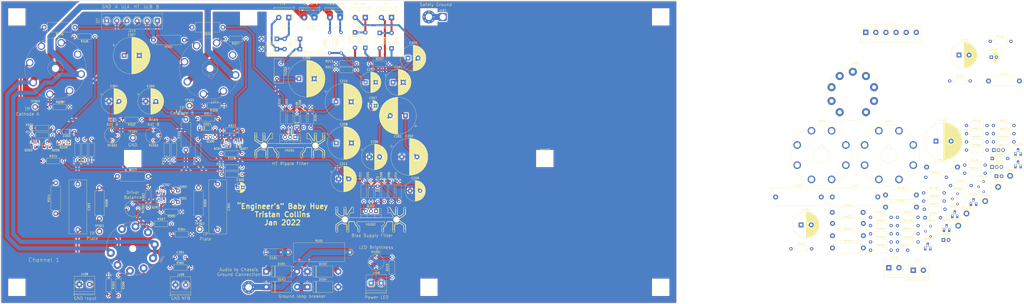
<source format=kicad_pcb>
(kicad_pcb (version 20171130) (host pcbnew "(5.1.12-1-10_14)")
  (layers (0 F.Cu signal) (31 B.Cu signal) (34 B.Paste user) (35 F.Paste user) (36 B.SilkS user) (37 F.SilkS user) (38 B.Mask user) (39 F.Mask user) (44 Edge.Cuts user))
  (net 0 "")
  (net 1 "Net-(C101-Pad1)")
  (net 2 GNDA)
  (net 3 /PowerSupply/LV-)
  (net 4 "Net-(C201-Pad2)")
  (net 5 /PowerSupply/Driver-)
  (net 6 /V_Driver)
  (net 7 "Net-(C205-Pad1)")
  (net 8 "Net-(C208-Pad1)")
  (net 9 "Net-(C209-Pad2)")
  (net 10 /V_Bias)
  (net 11 /PowerSupply/V_elevation)
  (net 12 /Left/GNFB)
  (net 13 "Net-(C301-Pad1)")
  (net 14 "Net-(C302-Pad2)")
  (net 15 "Net-(C302-Pad1)")
  (net 16 "Net-(C303-Pad1)")
  (net 17 "Net-(C303-Pad2)")
  (net 18 "Net-(C304-Pad2)")
  (net 19 "Net-(C401-Pad1)")
  (net 20 /Right/GNFB)
  (net 21 "Net-(C402-Pad2)")
  (net 22 "Net-(C402-Pad1)")
  (net 23 "Net-(C403-Pad1)")
  (net 24 "Net-(C403-Pad2)")
  (net 25 "Net-(C404-Pad2)")
  (net 26 "Net-(D101-Pad1)")
  (net 27 "Net-(D101-Pad2)")
  (net 28 "Net-(D102-Pad2)")
  (net 29 /PowerSupply/HV+)
  (net 30 "Net-(D201-Pad1)")
  (net 31 /PowerSupply/HV-)
  (net 32 /PowerSupply/LV+)
  (net 33 /PowerSupply/Driver+)
  (net 34 "Net-(D209-Pad1)")
  (net 35 "Net-(D210-Pad2)")
  (net 36 "Net-(D301-Pad2)")
  (net 37 "Net-(D301-Pad1)")
  (net 38 "Net-(D303-Pad1)")
  (net 39 "Net-(D303-Pad2)")
  (net 40 "Net-(D304-Pad2)")
  (net 41 "Net-(D304-Pad1)")
  (net 42 "Net-(D401-Pad1)")
  (net 43 "Net-(D401-Pad2)")
  (net 44 "Net-(D403-Pad2)")
  (net 45 "Net-(D403-Pad1)")
  (net 46 "Net-(D404-Pad1)")
  (net 47 "Net-(D404-Pad2)")
  (net 48 Heater-)
  (net 49 Heater+)
  (net 50 /PowerSupply/PowerLED)
  (net 51 "Net-(J107-Pad1)")
  (net 52 /Left/Input)
  (net 53 /Right/Input)
  (net 54 /Left/B+B)
  (net 55 /Left/ULB)
  (net 56 /Left/ULA)
  (net 57 /Left/B+A)
  (net 58 /Right/B+A)
  (net 59 /Right/ULA)
  (net 60 /Right/ULB)
  (net 61 /Right/B+B)
  (net 62 "Net-(Q201-Pad3)")
  (net 63 "Net-(Q202-Pad3)")
  (net 64 /Left/LTPI)
  (net 65 "Net-(Q301-Pad1)")
  (net 66 "Net-(Q302-Pad1)")
  (net 67 "Net-(Q303-Pad3)")
  (net 68 "Net-(Q303-Pad2)")
  (net 69 "Net-(Q304-Pad2)")
  (net 70 "Net-(Q304-Pad3)")
  (net 71 "Net-(Q306-Pad2)")
  (net 72 "Net-(Q307-Pad2)")
  (net 73 "Net-(Q401-Pad1)")
  (net 74 /Right/LTPI)
  (net 75 "Net-(Q402-Pad1)")
  (net 76 "Net-(Q403-Pad2)")
  (net 77 "Net-(Q403-Pad3)")
  (net 78 "Net-(Q404-Pad3)")
  (net 79 "Net-(Q404-Pad2)")
  (net 80 "Net-(Q406-Pad2)")
  (net 81 "Net-(Q407-Pad2)")
  (net 82 "Net-(R306-Pad1)")
  (net 83 "Net-(R307-Pad1)")
  (net 84 "Net-(R308-Pad2)")
  (net 85 "Net-(R309-Pad1)")
  (net 86 "Net-(R310-Pad2)")
  (net 87 "Net-(R311-Pad1)")
  (net 88 "Net-(R312-Pad2)")
  (net 89 "Net-(R313-Pad1)")
  (net 90 "Net-(R326-Pad2)")
  (net 91 "Net-(R327-Pad2)")
  (net 92 "Net-(R328-Pad1)")
  (net 93 "Net-(R329-Pad2)")
  (net 94 "Net-(R330-Pad2)")
  (net 95 "Net-(R331-Pad1)")
  (net 96 "Net-(R406-Pad1)")
  (net 97 "Net-(R407-Pad1)")
  (net 98 "Net-(R408-Pad2)")
  (net 99 "Net-(R409-Pad1)")
  (net 100 "Net-(R410-Pad2)")
  (net 101 "Net-(R411-Pad1)")
  (net 102 "Net-(R412-Pad2)")
  (net 103 "Net-(R413-Pad1)")
  (net 104 "Net-(R426-Pad2)")
  (net 105 "Net-(R427-Pad2)")
  (net 106 "Net-(R428-Pad1)")
  (net 107 "Net-(R429-Pad2)")
  (net 108 "Net-(R430-Pad2)")
  (net 109 "Net-(R431-Pad1)")
  (net 110 "Net-(RV301-Pad3)")
  (net 111 "Net-(RV301-Pad1)")
  (net 112 "Net-(RV401-Pad1)")
  (net 113 "Net-(RV401-Pad3)")
  (net 114 /Left/V_neg)
  (net 115 /Left/V_pos)
  (net 116 /Right/V_neg)
  (net 117 /Right/V_pos)
  (net 118 /Left/B+)
  (net 119 /Right/B+)
  (net 120 /B+)
  (module MountingHole:MountingHole_3.2mm_M3 (layer F.Cu) (at 311.41 127.07)
    (fp_text reference MH103 (at 0 -4.2) (layer F.SilkS))
    (fp_text value MountingHole)
    (pad 1 np_thru_hole circle (at 0 0) (size 3.2 3.2) (drill 3.2) (layers *.Cu *.Mask))
  )
  (module Diode_THT:D_DO-41_SOD81_P7.62mm_Horizontal (layer F.Cu) (at 217.678 64.77 270)
    (fp_text reference D207 (at 3.81 2.54 90) (layer F.SilkS))
    (fp_text value UF4007)
    (fp_text user K (at 0 -2.1 90) (layer F.SilkS))
    (pad 2 thru_hole oval (at 7.62 0 270) (size 2.2 2.2) (drill 1.1) (layers *.Cu *.Mask) (net 2 GNDA))
    (pad 1 thru_hole rect (at 0 0 270) (size 2.2 2.2) (drill 1.1) (layers *.Cu *.Mask) (net 33 /PowerSupply/Driver+))
  )
  (module Capacitor_THT:CP_Radial_D5.0mm_P2.50mm (layer F.Cu) (at 159.766 141.351)
    (fp_text reference C306 (at 1.25 -3.75) (layer F.SilkS))
    (fp_text value "47u 25V")
    (pad 2 thru_hole circle (at 2.5 0) (size 1.6 1.6) (drill 0.8) (layers *.Cu *.Mask) (net 2 GNDA))
    (pad 1 thru_hole rect (at 0 0) (size 1.6 1.6) (drill 0.8) (layers *.Cu *.Mask) (net 115 /Left/V_pos))
  )
  (module Capacitor_THT:CP_Radial_D12.5mm_P5.00mm (layer F.Cu) (at 96.092 98.806)
    (fp_text reference C304 (at 2.5 -7.5) (layer F.SilkS))
    (fp_text value "47u 160V")
    (pad 2 thru_hole circle (at 5 0) (size 2.4 2.4) (drill 1.2) (layers *.Cu *.Mask) (net 18 "Net-(C304-Pad2)"))
    (pad 1 thru_hole rect (at 0 0) (size 2.4 2.4) (drill 1.2) (layers *.Cu *.Mask) (net 2 GNDA))
  )
  (module TristanValves:Octal (layer B.Cu) (at 146.05 82.55 8)
    (fp_text reference U303 (at 0 16.795 8) (layer B.SilkS) (effects (justify mirror)))
    (fp_text value EL34)
    (pad "" np_thru_hole circle (at 0 0 8) (size 2.5 2.5) (drill 2.5) (layers *.Cu *.Mask))
    (pad 1 thru_hole oval (at -4.974884 12.010433 8) (size 3.75 3.75) (drill 2.5) (layers *.Cu *.Mask) (net 93 "Net-(R329-Pad2)"))
    (pad 2 thru_hole oval (at -12.010433 4.974884 8) (size 3.75 3.75) (drill 2.5) (layers *.Cu *.Mask) (net 48 Heater-))
    (pad 3 thru_hole oval (at -12.010433 -4.974884 8) (size 3.75 3.75) (drill 2.5) (layers *.Cu *.Mask) (net 54 /Left/B+B))
    (pad 4 thru_hole oval (at -4.974884 -12.010433 8) (size 3.75 3.75) (drill 2.5) (layers *.Cu *.Mask) (net 95 "Net-(R331-Pad1)"))
    (pad 5 thru_hole oval (at 4.974884 -12.010433 8) (size 3.75 3.75) (drill 2.5) (layers *.Cu *.Mask) (net 91 "Net-(R327-Pad2)"))
    (pad 6 thru_hole oval (at 12.010433 -4.974884 8) (size 3.75 3.75) (drill 2.5) (layers *.Cu *.Mask))
    (pad 7 thru_hole oval (at 12.010433 4.974884 8) (size 3.75 3.75) (drill 2.5) (layers *.Cu *.Mask) (net 49 Heater+))
    (pad 8 thru_hole oval (at 4.974884 12.010433 8) (size 3.75 3.75) (drill 2.5) (layers *.Cu *.Mask) (net 93 "Net-(R329-Pad2)"))
  )
  (module TristanValves:VALVE-ECC-83-1-TC (layer B.Cu) (at 107.89 171.59 65)
    (fp_text reference U301 (at 1.27 15.24 65) (layer B.SilkS) (effects (justify mirror)))
    (fp_text value ECC83)
    (pad "" np_thru_hole circle (at 0 0 65) (size 2.5 2.5) (drill 2.5) (layers *.Cu *.Mask))
    (pad 9 thru_hole circle (at -6.4894 -8.9318 65) (size 4 4) (drill 2) (layers *.Cu *.Mask) (net 48 Heater-))
    (pad 8 thru_hole circle (at -10.5 -3.4117 65) (size 4 4) (drill 2) (layers *.Cu *.Mask) (net 111 "Net-(RV301-Pad1)"))
    (pad 7 thru_hole circle (at -10.5 3.4117 65) (size 4 4) (drill 2) (layers *.Cu *.Mask) (net 82 "Net-(R306-Pad1)"))
    (pad 6 thru_hole circle (at -6.4894 8.9318 65) (size 4 4) (drill 2) (layers *.Cu *.Mask) (net 17 "Net-(C303-Pad2)"))
    (pad 5 thru_hole circle (at 0 11.0404 65) (size 4 4) (drill 2) (layers *.Cu *.Mask) (net 49 Heater+))
    (pad 4 thru_hole circle (at 6.4894 8.9318 65) (size 4 4) (drill 2) (layers *.Cu *.Mask) (net 49 Heater+))
    (pad 3 thru_hole circle (at 10.5 3.4117 65) (size 4 4) (drill 2) (layers *.Cu *.Mask) (net 110 "Net-(RV301-Pad3)"))
    (pad 2 thru_hole circle (at 10.5 -3.4117 65) (size 4 4) (drill 2) (layers *.Cu *.Mask) (net 83 "Net-(R307-Pad1)"))
    (pad 1 thru_hole circle (at 6.489 -8.9318 65) (size 4 4) (drill 2) (layers *.Cu *.Mask) (net 14 "Net-(C302-Pad2)"))
  )
  (module TristanValves:VALVE-ECC-83-1-TC (layer F.Cu) (at 463.55 95.25)
    (fp_text reference U401 (at 1.27 -15.24) (layer F.SilkS))
    (fp_text value ECC83)
    (pad "" np_thru_hole circle (at 0 0) (size 2.5 2.5) (drill 2.5) (layers *.Cu *.Mask))
    (pad 9 thru_hole circle (at -6.4894 8.9318) (size 4 4) (drill 2) (layers *.Cu *.Mask) (net 48 Heater-))
    (pad 8 thru_hole circle (at -10.5 3.4117) (size 4 4) (drill 2) (layers *.Cu *.Mask) (net 112 "Net-(RV401-Pad1)"))
    (pad 7 thru_hole circle (at -10.5 -3.4117) (size 4 4) (drill 2) (layers *.Cu *.Mask) (net 96 "Net-(R406-Pad1)"))
    (pad 6 thru_hole circle (at -6.4894 -8.9318) (size 4 4) (drill 2) (layers *.Cu *.Mask) (net 24 "Net-(C403-Pad2)"))
    (pad 5 thru_hole circle (at 0 -11.0404) (size 4 4) (drill 2) (layers *.Cu *.Mask) (net 49 Heater+))
    (pad 4 thru_hole circle (at 6.4894 -8.9318) (size 4 4) (drill 2) (layers *.Cu *.Mask) (net 49 Heater+))
    (pad 3 thru_hole circle (at 10.5 -3.4117) (size 4 4) (drill 2) (layers *.Cu *.Mask) (net 113 "Net-(RV401-Pad3)"))
    (pad 2 thru_hole circle (at 10.5 3.4117) (size 4 4) (drill 2) (layers *.Cu *.Mask) (net 97 "Net-(R407-Pad1)"))
    (pad 1 thru_hole circle (at 6.489 8.9318) (size 4 4) (drill 2) (layers *.Cu *.Mask) (net 21 "Net-(C402-Pad2)"))
  )
  (module TristanValves:Octal (layer B.Cu) (at 69.73 82.55 10)
    (fp_text reference U302 (at 0 16.795 10) (layer B.SilkS) (effects (justify mirror)))
    (fp_text value EL34)
    (pad "" np_thru_hole circle (at 0 0 10) (size 2.5 2.5) (drill 2.5) (layers *.Cu *.Mask))
    (pad 1 thru_hole oval (at -4.974884 12.010433 10) (size 3.75 3.75) (drill 2.5) (layers *.Cu *.Mask) (net 92 "Net-(R328-Pad1)"))
    (pad 2 thru_hole oval (at -12.010433 4.974884 10) (size 3.75 3.75) (drill 2.5) (layers *.Cu *.Mask) (net 48 Heater-))
    (pad 3 thru_hole oval (at -12.010433 -4.974884 10) (size 3.75 3.75) (drill 2.5) (layers *.Cu *.Mask) (net 57 /Left/B+A))
    (pad 4 thru_hole oval (at -4.974884 -12.010433 10) (size 3.75 3.75) (drill 2.5) (layers *.Cu *.Mask) (net 94 "Net-(R330-Pad2)"))
    (pad 5 thru_hole oval (at 4.974884 -12.010433 10) (size 3.75 3.75) (drill 2.5) (layers *.Cu *.Mask) (net 90 "Net-(R326-Pad2)"))
    (pad 6 thru_hole oval (at 12.010433 -4.974884 10) (size 3.75 3.75) (drill 2.5) (layers *.Cu *.Mask))
    (pad 7 thru_hole oval (at 12.010433 4.974884 10) (size 3.75 3.75) (drill 2.5) (layers *.Cu *.Mask) (net 49 Heater+))
    (pad 8 thru_hole oval (at 4.974884 12.010433 10) (size 3.75 3.75) (drill 2.5) (layers *.Cu *.Mask) (net 92 "Net-(R328-Pad1)"))
  )
  (module TristanValves:Octal (layer F.Cu) (at 448.085001 125.365001)
    (fp_text reference U402 (at 0 -16.795) (layer F.SilkS))
    (fp_text value EL34)
    (pad "" np_thru_hole circle (at 0 0) (size 2.5 2.5) (drill 2.5) (layers *.Cu *.Mask))
    (pad 1 thru_hole oval (at -4.974884 -12.010433) (size 3.75 3.75) (drill 2.5) (layers *.Cu *.Mask) (net 106 "Net-(R428-Pad1)"))
    (pad 2 thru_hole oval (at -12.010433 -4.974884) (size 3.75 3.75) (drill 2.5) (layers *.Cu *.Mask) (net 48 Heater-))
    (pad 3 thru_hole oval (at -12.010433 4.974884) (size 3.75 3.75) (drill 2.5) (layers *.Cu *.Mask) (net 58 /Right/B+A))
    (pad 4 thru_hole oval (at -4.974884 12.010433) (size 3.75 3.75) (drill 2.5) (layers *.Cu *.Mask) (net 108 "Net-(R430-Pad2)"))
    (pad 5 thru_hole oval (at 4.974884 12.010433) (size 3.75 3.75) (drill 2.5) (layers *.Cu *.Mask) (net 104 "Net-(R426-Pad2)"))
    (pad 6 thru_hole oval (at 12.010433 4.974884) (size 3.75 3.75) (drill 2.5) (layers *.Cu *.Mask))
    (pad 7 thru_hole oval (at 12.010433 -4.974884) (size 3.75 3.75) (drill 2.5) (layers *.Cu *.Mask) (net 49 Heater+))
    (pad 8 thru_hole oval (at 4.974884 -12.010433) (size 3.75 3.75) (drill 2.5) (layers *.Cu *.Mask) (net 106 "Net-(R428-Pad1)"))
  )
  (module TristanValves:Octal (layer F.Cu) (at 481.375001 125.365001)
    (fp_text reference U403 (at 0 -16.795) (layer F.SilkS))
    (fp_text value EL34)
    (pad "" np_thru_hole circle (at 0 0) (size 2.5 2.5) (drill 2.5) (layers *.Cu *.Mask))
    (pad 1 thru_hole oval (at -4.974884 -12.010433) (size 3.75 3.75) (drill 2.5) (layers *.Cu *.Mask) (net 107 "Net-(R429-Pad2)"))
    (pad 2 thru_hole oval (at -12.010433 -4.974884) (size 3.75 3.75) (drill 2.5) (layers *.Cu *.Mask) (net 48 Heater-))
    (pad 3 thru_hole oval (at -12.010433 4.974884) (size 3.75 3.75) (drill 2.5) (layers *.Cu *.Mask) (net 61 /Right/B+B))
    (pad 4 thru_hole oval (at -4.974884 12.010433) (size 3.75 3.75) (drill 2.5) (layers *.Cu *.Mask) (net 109 "Net-(R431-Pad1)"))
    (pad 5 thru_hole oval (at 4.974884 12.010433) (size 3.75 3.75) (drill 2.5) (layers *.Cu *.Mask) (net 105 "Net-(R427-Pad2)"))
    (pad 6 thru_hole oval (at 12.010433 4.974884) (size 3.75 3.75) (drill 2.5) (layers *.Cu *.Mask))
    (pad 7 thru_hole oval (at 12.010433 -4.974884) (size 3.75 3.75) (drill 2.5) (layers *.Cu *.Mask) (net 49 Heater+))
    (pad 8 thru_hole oval (at 4.974884 -12.010433) (size 3.75 3.75) (drill 2.5) (layers *.Cu *.Mask) (net 107 "Net-(R429-Pad2)"))
  )
  (module TristanValves:HSE-B20250-040H (layer F.Cu) (at 185.42 120.65)
    (fp_text reference HS201 (at 0 2.413) (layer F.SilkS))
    (fp_text value HSE-B20250-040H)
    (pad "" np_thru_hole circle (at -12.7 0) (size 2.2 2.2) (drill 2.2) (layers *.Cu *.Mask))
    (pad "" np_thru_hole circle (at 12.7 0) (size 2.2 2.2) (drill 2.2) (layers *.Cu *.Mask))
  )
  (module TristanValves:HSE-B20250-040H (layer F.Cu) (at 225.425 157.226)
    (fp_text reference HS202 (at 0 2.413) (layer F.SilkS))
    (fp_text value HSE-B20250-040H)
    (pad "" np_thru_hole circle (at -12.7 0) (size 2.2 2.2) (drill 2.2) (layers *.Cu *.Mask))
    (pad "" np_thru_hole circle (at 12.7 0) (size 2.2 2.2) (drill 2.2) (layers *.Cu *.Mask))
  )
  (module Capacitor_THT:C_Rect_L9.0mm_W3.2mm_P7.50mm_MKT (layer F.Cu) (at 181.102 173.355 180)
    (fp_text reference C101 (at 3.75 -2.85) (layer F.SilkS))
    (fp_text value 100n)
    (pad 1 thru_hole circle (at 0 0 180) (size 1.6 1.6) (drill 0.8) (layers *.Cu *.Mask) (net 1 "Net-(C101-Pad1)"))
    (pad 2 thru_hole circle (at 7.5 0 180) (size 1.6 1.6) (drill 0.8) (layers *.Cu *.Mask) (net 2 GNDA))
  )
  (module Capacitor_THT:CP_Radial_D18.0mm_P7.50mm (layer F.Cu) (at 242.57 105.918 180)
    (fp_text reference C201 (at 3.75 -10.25) (layer F.SilkS))
    (fp_text value "470u 100V")
    (pad 1 thru_hole rect (at 0 0 180) (size 2.4 2.4) (drill 1.2) (layers *.Cu *.Mask) (net 3 /PowerSupply/LV-))
    (pad 2 thru_hole circle (at 7.5 0 180) (size 2.4 2.4) (drill 1.2) (layers *.Cu *.Mask) (net 4 "Net-(C201-Pad2)"))
  )
  (module Capacitor_THT:CP_Radial_D18.0mm_P7.50mm (layer F.Cu) (at 240.792 126.238)
    (fp_text reference C202 (at 3.75 -10.25) (layer F.SilkS))
    (fp_text value "470u 100V")
    (pad 2 thru_hole circle (at 7.5 0) (size 2.4 2.4) (drill 1.2) (layers *.Cu *.Mask) (net 3 /PowerSupply/LV-))
    (pad 1 thru_hole rect (at 0 0) (size 2.4 2.4) (drill 1.2) (layers *.Cu *.Mask) (net 2 GNDA))
  )
  (module Capacitor_THT:CP_Radial_D18.0mm_P7.50mm (layer F.Cu) (at 189.992 87.63)
    (fp_text reference C205 (at 3.75 -10.25) (layer F.SilkS))
    (fp_text value "47u 450V")
    (pad 2 thru_hole circle (at 7.5 0) (size 2.4 2.4) (drill 1.2) (layers *.Cu *.Mask) (net 2 GNDA))
    (pad 1 thru_hole rect (at 0 0) (size 2.4 2.4) (drill 1.2) (layers *.Cu *.Mask) (net 7 "Net-(C205-Pad1)"))
  )
  (module Capacitor_THT:CP_Radial_D10.0mm_P5.00mm (layer F.Cu) (at 244.856 143.002)
    (fp_text reference C209 (at 2.5 -6.25) (layer F.SilkS))
    (fp_text value "10u 160V")
    (pad 1 thru_hole rect (at 0 0) (size 2 2) (drill 1) (layers *.Cu *.Mask) (net 2 GNDA))
    (pad 2 thru_hole circle (at 5 0) (size 2 2) (drill 1) (layers *.Cu *.Mask) (net 9 "Net-(C209-Pad2)"))
  )
  (module Capacitor_THT:CP_Radial_D18.0mm_P7.50mm (layer F.Cu) (at 208.28 99.06)
    (fp_text reference C210 (at 3.75 -10.25) (layer F.SilkS))
    (fp_text value "47u 450V")
    (pad 1 thru_hole rect (at 0 0) (size 2.4 2.4) (drill 1.2) (layers *.Cu *.Mask) (net 120 /B+))
    (pad 2 thru_hole circle (at 7.5 0) (size 2.4 2.4) (drill 1.2) (layers *.Cu *.Mask) (net 2 GNDA))
  )
  (module Capacitor_THT:CP_Radial_D10.0mm_P5.00mm (layer F.Cu) (at 222.885 89.408)
    (fp_text reference C212 (at 2.5 -6.25) (layer F.SilkS))
    (fp_text value "10u 200V")
    (pad 2 thru_hole circle (at 5 0) (size 2 2) (drill 1) (layers *.Cu *.Mask) (net 2 GNDA))
    (pad 1 thru_hole rect (at 0 0) (size 2 2) (drill 1) (layers *.Cu *.Mask) (net 11 /PowerSupply/V_elevation))
  )
  (module Capacitor_THT:C_Disc_D5.0mm_W2.5mm_P5.00mm (layer F.Cu) (at 128.905 175.895)
    (fp_text reference C301 (at 2.5 -2.5) (layer F.SilkS))
    (fp_text value DNP)
    (pad 2 thru_hole circle (at 5 0) (size 1.6 1.6) (drill 0.8) (layers *.Cu *.Mask) (net 12 /Left/GNFB))
    (pad 1 thru_hole circle (at 0 0) (size 1.6 1.6) (drill 0.8) (layers *.Cu *.Mask) (net 13 "Net-(C301-Pad1)"))
  )
  (module Capacitor_THT:CP_Radial_D18.0mm_P7.50mm (layer F.Cu) (at 103.632 76.2)
    (fp_text reference C307 (at 3.75 -10.25) (layer F.SilkS))
    (fp_text value "47u 450V")
    (pad 2 thru_hole circle (at 7.5 0) (size 2.4 2.4) (drill 1.2) (layers *.Cu *.Mask) (net 2 GNDA))
    (pad 1 thru_hole rect (at 0 0) (size 2.4 2.4) (drill 1.2) (layers *.Cu *.Mask) (net 118 /Left/B+))
  )
  (module Capacitor_THT:C_Disc_D5.0mm_W2.5mm_P5.00mm (layer F.Cu) (at 485.605001 172.335001)
    (fp_text reference C401 (at 2.5 -2.5) (layer F.SilkS))
    (fp_text value DNP)
    (pad 1 thru_hole circle (at 0 0) (size 1.6 1.6) (drill 0.8) (layers *.Cu *.Mask) (net 19 "Net-(C401-Pad1)"))
    (pad 2 thru_hole circle (at 5 0) (size 1.6 1.6) (drill 0.8) (layers *.Cu *.Mask) (net 20 /Right/GNFB))
  )
  (module Capacitor_THT:CP_Radial_D18.0mm_P7.50mm (layer F.Cu) (at 504.589441 118.495001)
    (fp_text reference C407 (at 3.75 -10.25) (layer F.SilkS))
    (fp_text value "47u 450V")
    (pad 1 thru_hole rect (at 0 0) (size 2.4 2.4) (drill 1.2) (layers *.Cu *.Mask) (net 119 /Right/B+))
    (pad 2 thru_hole circle (at 7.5 0) (size 2.4 2.4) (drill 1.2) (layers *.Cu *.Mask) (net 2 GNDA))
  )
  (module Diode_THT:D_DO-201AD_P15.24mm_Horizontal (layer F.Cu) (at 173.788001 182.865001)
    (fp_text reference D101 (at 7.62 -3.72) (layer F.SilkS))
    (fp_text value SF51-B)
    (fp_text user K (at 0 -2.6) (layer F.SilkS))
    (pad 1 thru_hole rect (at 0 0) (size 3.2 3.2) (drill 1.6) (layers *.Cu *.Mask) (net 26 "Net-(D101-Pad1)"))
    (pad 2 thru_hole oval (at 15.24 0) (size 3.2 3.2) (drill 1.6) (layers *.Cu *.Mask) (net 27 "Net-(D101-Pad2)"))
  )
  (module Diode_THT:D_DO-201AD_P15.24mm_Horizontal (layer F.Cu) (at 173.863 190.5)
    (fp_text reference D102 (at 7.62 -3.72) (layer F.SilkS))
    (fp_text value SF51-B)
    (fp_text user K (at 0 -2.6) (layer F.SilkS))
    (pad 2 thru_hole oval (at 15.24 0) (size 3.2 3.2) (drill 1.6) (layers *.Cu *.Mask) (net 28 "Net-(D102-Pad2)"))
    (pad 1 thru_hole rect (at 0 0) (size 3.2 3.2) (drill 1.6) (layers *.Cu *.Mask) (net 27 "Net-(D101-Pad2)"))
  )
  (module Diode_THT:D_DO-201AD_P15.24mm_Horizontal (layer F.Cu) (at 194.183 182.88)
    (fp_text reference D103 (at 7.62 -3.72) (layer F.SilkS))
    (fp_text value SF51-B)
    (fp_text user K (at 0 -2.6) (layer F.SilkS))
    (pad 2 thru_hole oval (at 15.24 0) (size 3.2 3.2) (drill 1.6) (layers *.Cu *.Mask) (net 26 "Net-(D101-Pad1)"))
    (pad 1 thru_hole rect (at 0 0) (size 3.2 3.2) (drill 1.6) (layers *.Cu *.Mask) (net 2 GNDA))
  )
  (module Diode_THT:D_DO-201AD_P15.24mm_Horizontal (layer F.Cu) (at 194.183 190.5)
    (fp_text reference D104 (at 7.62 -3.72) (layer F.SilkS))
    (fp_text value SF51-B)
    (fp_text user K (at 0 -2.6) (layer F.SilkS))
    (pad 1 thru_hole rect (at 0 0) (size 3.2 3.2) (drill 1.6) (layers *.Cu *.Mask) (net 28 "Net-(D102-Pad2)"))
    (pad 2 thru_hole oval (at 15.24 0) (size 3.2 3.2) (drill 1.6) (layers *.Cu *.Mask) (net 2 GNDA))
  )
  (module LED_THT:LED_D3.0mm (layer F.Cu) (at 130.175 148.59 180)
    (fp_text reference D301 (at -2.54 1.905) (layer F.SilkS))
    (fp_text value Red)
    (pad 2 thru_hole circle (at 2.54 0 180) (size 1.8 1.8) (drill 0.9) (layers *.Cu *.Mask) (net 36 "Net-(D301-Pad2)"))
    (pad 1 thru_hole rect (at 0 0 180) (size 1.8 1.8) (drill 0.9) (layers *.Cu *.Mask) (net 37 "Net-(D301-Pad1)"))
  )
  (module LED_THT:LED_D3.0mm (layer F.Cu) (at 130.175 142.875 180)
    (fp_text reference D302 (at -2.54 1.905) (layer F.SilkS))
    (fp_text value Red)
    (pad 2 thru_hole circle (at 2.54 0 180) (size 1.8 1.8) (drill 0.9) (layers *.Cu *.Mask) (net 37 "Net-(D301-Pad1)"))
    (pad 1 thru_hole rect (at 0 0 180) (size 1.8 1.8) (drill 0.9) (layers *.Cu *.Mask) (net 114 /Left/V_neg))
  )
  (module LED_THT:LED_D3.0mm (layer F.Cu) (at 534.475001 135.795001)
    (fp_text reference D401 (at 1.27 -2.96) (layer F.SilkS))
    (fp_text value Red)
    (pad 1 thru_hole rect (at 0 0) (size 1.8 1.8) (drill 0.9) (layers *.Cu *.Mask) (net 42 "Net-(D401-Pad1)"))
    (pad 2 thru_hole circle (at 2.54 0) (size 1.8 1.8) (drill 0.9) (layers *.Cu *.Mask) (net 43 "Net-(D401-Pad2)"))
  )
  (module LED_THT:LED_D3.0mm (layer F.Cu) (at 508.265001 167.295001)
    (fp_text reference D402 (at 1.27 -2.96) (layer F.SilkS))
    (fp_text value Red)
    (pad 1 thru_hole rect (at 0 0) (size 1.8 1.8) (drill 0.9) (layers *.Cu *.Mask) (net 116 /Right/V_neg))
    (pad 2 thru_hole circle (at 2.54 0) (size 1.8 1.8) (drill 0.9) (layers *.Cu *.Mask) (net 42 "Net-(D401-Pad1)"))
  )
  (module Connector_Wire:SolderWire-2.5sqmm_1x01_D2.4mm_OD3.6mm (layer F.Cu) (at 260.985 57.15)
    (fp_text reference J107 (at 0 -3.2) (layer F.SilkS))
    (fp_text value Conn_01x01_Female)
    (pad 1 thru_hole roundrect (at 0 0) (size 4 4) (drill 3) (layers *.Cu *.Mask) (roundrect_rratio 0.0625) (net 51 "Net-(J107-Pad1)"))
  )
  (module MountingHole:MountingHole_3.2mm_M3 (layer F.Cu) (at 368.65 190.67)
    (fp_text reference MH101 hide)
    (fp_text value MountingHole)
    (pad 1 np_thru_hole circle (at 0 0) (size 3.2 3.2) (drill 3.2) (layers *.Cu *.Mask))
  )
  (module MountingHole:MountingHole_3.2mm_M3 (layer F.Cu) (at 368.65 57.11)
    (fp_text reference MH102 hide)
    (fp_text value MountingHole)
    (pad 1 np_thru_hole circle (at 0 0) (size 3.2 3.2) (drill 3.2) (layers *.Cu *.Mask))
  )
  (module MountingHole:MountingHole_3.2mm_M3 (layer F.Cu) (at 165.13 57.11)
    (fp_text reference MH104 hide)
    (fp_text value MountingHole)
    (pad 1 np_thru_hole circle (at 0 0) (size 3.2 3.2) (drill 3.2) (layers *.Cu *.Mask))
  )
  (module MountingHole:MountingHole_3.2mm_M3 (layer F.Cu) (at 254.17 190.67)
    (fp_text reference MH105 hide)
    (fp_text value MountingHole)
    (pad 1 np_thru_hole circle (at 0 0) (size 3.2 3.2) (drill 3.2) (layers *.Cu *.Mask))
  )
  (module MountingHole:MountingHole_3.2mm_M3 (layer F.Cu) (at 50.65 190.67)
    (fp_text reference MH106 hide)
    (fp_text value MountingHole)
    (pad 1 np_thru_hole circle (at 0 0) (size 3.2 3.2) (drill 3.2) (layers *.Cu *.Mask))
  )
  (module MountingHole:MountingHole_3.2mm_M3 (layer F.Cu) (at 107.89 127.07)
    (fp_text reference MH107 hide)
    (fp_text value MountingHole)
    (pad 1 np_thru_hole circle (at 0 0) (size 3.2 3.2) (drill 3.2) (layers *.Cu *.Mask))
  )
  (module MountingHole:MountingHole_3.2mm_M3 (layer F.Cu) (at 50.65 57.11)
    (fp_text reference MH108 hide)
    (fp_text value MountingHole)
    (pad 1 np_thru_hole circle (at 0 0) (size 3.2 3.2) (drill 3.2) (layers *.Cu *.Mask))
  )
  (module MountingHole:MountingHole_3.2mm_M3_Pad_Via (layer F.Cu) (at 165.13 190.67)
    (fp_text reference MH109 hide)
    (fp_text value MountingHole_Pad)
    (pad 1 thru_hole circle (at 0 0) (size 6.4 6.4) (drill 3.2) (layers *.Cu *.Mask) (net 27 "Net-(D101-Pad2)"))
    (pad 1 thru_hole circle (at 2.4 0) (size 0.8 0.8) (drill 0.5) (layers *.Cu *.Mask) (net 27 "Net-(D101-Pad2)"))
    (pad 1 thru_hole circle (at 1.697056 1.697056) (size 0.8 0.8) (drill 0.5) (layers *.Cu *.Mask) (net 27 "Net-(D101-Pad2)"))
    (pad 1 thru_hole circle (at 0 2.4) (size 0.8 0.8) (drill 0.5) (layers *.Cu *.Mask) (net 27 "Net-(D101-Pad2)"))
    (pad 1 thru_hole circle (at -1.697056 1.697056) (size 0.8 0.8) (drill 0.5) (layers *.Cu *.Mask) (net 27 "Net-(D101-Pad2)"))
    (pad 1 thru_hole circle (at -2.4 0) (size 0.8 0.8) (drill 0.5) (layers *.Cu *.Mask) (net 27 "Net-(D101-Pad2)"))
    (pad 1 thru_hole circle (at -1.697056 -1.697056) (size 0.8 0.8) (drill 0.5) (layers *.Cu *.Mask) (net 27 "Net-(D101-Pad2)"))
    (pad 1 thru_hole circle (at 0 -2.4) (size 0.8 0.8) (drill 0.5) (layers *.Cu *.Mask) (net 27 "Net-(D101-Pad2)"))
    (pad 1 thru_hole circle (at 1.697056 -1.697056) (size 0.8 0.8) (drill 0.5) (layers *.Cu *.Mask) (net 27 "Net-(D101-Pad2)"))
  )
  (module MountingHole:MountingHole_3.2mm_M3_Pad_Via (layer F.Cu) (at 254.17 57.11)
    (fp_text reference MH110 hide)
    (fp_text value MountingHole_Pad)
    (pad 1 thru_hole circle (at 1.697056 -1.697056) (size 0.8 0.8) (drill 0.5) (layers *.Cu *.Mask) (net 51 "Net-(J107-Pad1)"))
    (pad 1 thru_hole circle (at 0 -2.4) (size 0.8 0.8) (drill 0.5) (layers *.Cu *.Mask) (net 51 "Net-(J107-Pad1)"))
    (pad 1 thru_hole circle (at -1.697056 -1.697056) (size 0.8 0.8) (drill 0.5) (layers *.Cu *.Mask) (net 51 "Net-(J107-Pad1)"))
    (pad 1 thru_hole circle (at -2.4 0) (size 0.8 0.8) (drill 0.5) (layers *.Cu *.Mask) (net 51 "Net-(J107-Pad1)"))
    (pad 1 thru_hole circle (at -1.697056 1.697056) (size 0.8 0.8) (drill 0.5) (layers *.Cu *.Mask) (net 51 "Net-(J107-Pad1)"))
    (pad 1 thru_hole circle (at 0 2.4) (size 0.8 0.8) (drill 0.5) (layers *.Cu *.Mask) (net 51 "Net-(J107-Pad1)"))
    (pad 1 thru_hole circle (at 1.697056 1.697056) (size 0.8 0.8) (drill 0.5) (layers *.Cu *.Mask) (net 51 "Net-(J107-Pad1)"))
    (pad 1 thru_hole circle (at 2.4 0) (size 0.8 0.8) (drill 0.5) (layers *.Cu *.Mask) (net 51 "Net-(J107-Pad1)"))
    (pad 1 thru_hole circle (at 0 0) (size 6.4 6.4) (drill 3.2) (layers *.Cu *.Mask) (net 51 "Net-(J107-Pad1)"))
  )
  (module Package_TO_SOT_THT:TO-220-3_Vertical (layer F.Cu) (at 188.214 116.459 180)
    (fp_text reference Q201 (at 2.54 2.54) (layer F.SilkS))
    (fp_text value FQPF8N60C)
    (pad 1 thru_hole rect (at 0 0 180) (size 1.905 2) (drill 1.1) (layers *.Cu *.Mask) (net 34 "Net-(D209-Pad1)"))
    (pad 2 thru_hole oval (at 2.54 0 180) (size 1.905 2) (drill 1.1) (layers *.Cu *.Mask) (net 7 "Net-(C205-Pad1)"))
    (pad 3 thru_hole oval (at 5.08 0 180) (size 1.905 2) (drill 1.1) (layers *.Cu *.Mask) (net 62 "Net-(Q201-Pad3)"))
  )
  (module Package_TO_SOT_THT:TO-220-3_Vertical (layer F.Cu) (at 228.092 153.035 180)
    (fp_text reference Q202 (at 2.54 2.54) (layer F.SilkS))
    (fp_text value FQPF7P20)
    (pad 3 thru_hole oval (at 5.08 0 180) (size 1.905 2) (drill 1.1) (layers *.Cu *.Mask) (net 63 "Net-(Q202-Pad3)"))
    (pad 2 thru_hole oval (at 2.54 0 180) (size 1.905 2) (drill 1.1) (layers *.Cu *.Mask) (net 4 "Net-(C201-Pad2)"))
    (pad 1 thru_hole rect (at 0 0 180) (size 1.905 2) (drill 1.1) (layers *.Cu *.Mask) (net 35 "Net-(D210-Pad2)"))
  )
  (module Package_TO_SOT_THT:TO-92_HandSolder (layer F.Cu) (at 123.19 147.955 180)
    (fp_text reference Q301 (at 3.937 -3.175) (layer F.SilkS))
    (fp_text value 2n5551)
    (pad 2 thru_hole roundrect (at 1.27 -1.27 180) (size 1.1 1.8) (drill 0.75 (offset 0 -0.4)) (layers *.Cu *.Mask) (net 36 "Net-(D301-Pad2)"))
    (pad 3 thru_hole roundrect (at 2.54 0 180) (size 1.1 1.8) (drill 0.75 (offset 0 0.4)) (layers *.Cu *.Mask) (net 64 /Left/LTPI))
    (pad 1 thru_hole rect (at 0 0 180) (size 1.1 1.8) (drill 0.75 (offset 0 0.4)) (layers *.Cu *.Mask) (net 65 "Net-(Q301-Pad1)"))
  )
  (module Package_TO_SOT_THT:TO-92_HandSolder (layer F.Cu) (at 120.65 143.51)
    (fp_text reference Q302 (at 3.683 -3.429) (layer F.SilkS))
    (fp_text value 2n5551)
    (pad 2 thru_hole roundrect (at 1.27 -1.27) (size 1.1 1.8) (drill 0.75 (offset 0 -0.4)) (layers *.Cu *.Mask) (net 37 "Net-(D301-Pad1)"))
    (pad 3 thru_hole roundrect (at 2.54 0) (size 1.1 1.8) (drill 0.75 (offset 0 0.4)) (layers *.Cu *.Mask) (net 65 "Net-(Q301-Pad1)"))
    (pad 1 thru_hole rect (at 0 0) (size 1.1 1.8) (drill 0.75 (offset 0 0.4)) (layers *.Cu *.Mask) (net 66 "Net-(Q302-Pad1)"))
  )
  (module Package_TO_SOT_THT:TO-92_HandSolder (layer F.Cu) (at 60.96 119.634 180)
    (fp_text reference Q303 (at 4.572 -3.302) (layer F.SilkS))
    (fp_text value 2n5551)
    (pad 1 thru_hole rect (at 0 0 180) (size 1.1 1.8) (drill 0.75 (offset 0 0.4)) (layers *.Cu *.Mask) (net 114 /Left/V_neg))
    (pad 3 thru_hole roundrect (at 2.54 0 180) (size 1.1 1.8) (drill 0.75 (offset 0 0.4)) (layers *.Cu *.Mask) (net 67 "Net-(Q303-Pad3)"))
    (pad 2 thru_hole roundrect (at 1.27 -1.27 180) (size 1.1 1.8) (drill 0.75 (offset 0 -0.4)) (layers *.Cu *.Mask) (net 68 "Net-(Q303-Pad2)"))
  )
  (module Package_TO_SOT_THT:TO-92_HandSolder (layer F.Cu) (at 152.7175 120.015)
    (fp_text reference Q304 (at -2.8575 2.159) (layer F.SilkS))
    (fp_text value 2n5551)
    (pad 2 thru_hole roundrect (at 1.27 -1.27) (size 1.1 1.8) (drill 0.75 (offset 0 -0.4)) (layers *.Cu *.Mask) (net 69 "Net-(Q304-Pad2)"))
    (pad 3 thru_hole roundrect (at 2.54 0) (size 1.1 1.8) (drill 0.75 (offset 0 0.4)) (layers *.Cu *.Mask) (net 70 "Net-(Q304-Pad3)"))
    (pad 1 thru_hole rect (at 0 0) (size 1.1 1.8) (drill 0.75 (offset 0 0.4)) (layers *.Cu *.Mask) (net 114 /Left/V_neg))
  )
  (module Package_TO_SOT_THT:TO-251-3_Vertical (layer F.Cu) (at 76.073 119.126 180)
    (fp_text reference Q305 (at 2.29 -2.39) (layer F.SilkS))
    (fp_text value STU9HN65M2)
    (pad 3 thru_hole oval (at 4.58 0 180) (size 1.7175 1.8) (drill 1.1) (layers *.Cu *.Mask) (net 39 "Net-(D303-Pad2)"))
    (pad 2 thru_hole oval (at 2.29 0 180) (size 1.7175 1.8) (drill 1.1) (layers *.Cu *.Mask) (net 115 /Left/V_pos))
    (pad 1 thru_hole rect (at 0 0 180) (size 1.7175 1.8) (drill 1.1) (layers *.Cu *.Mask) (net 38 "Net-(D303-Pad1)"))
  )
  (module Package_TO_SOT_THT:TO-92_HandSolder (layer F.Cu) (at 64.389 120.65)
    (fp_text reference Q306 (at 5.461 2.286) (layer F.SilkS))
    (fp_text value 2n5551)
    (pad 1 thru_hole rect (at 0 0) (size 1.1 1.8) (drill 0.75 (offset 0 0.4)) (layers *.Cu *.Mask) (net 68 "Net-(Q303-Pad2)"))
    (pad 3 thru_hole roundrect (at 2.54 0) (size 1.1 1.8) (drill 0.75 (offset 0 0.4)) (layers *.Cu *.Mask) (net 39 "Net-(D303-Pad2)"))
    (pad 2 thru_hole roundrect (at 1.27 -1.27) (size 1.1 1.8) (drill 0.75 (offset 0 -0.4)) (layers *.Cu *.Mask) (net 71 "Net-(Q306-Pad2)"))
  )
  (module Package_TO_SOT_THT:TO-92_HandSolder (layer F.Cu) (at 161.29 118.9355 180)
    (fp_text reference Q307 (at -1.524 -3.2385) (layer F.SilkS))
    (fp_text value 2n5551)
    (pad 1 thru_hole rect (at 0 0 180) (size 1.1 1.8) (drill 0.75 (offset 0 0.4)) (layers *.Cu *.Mask) (net 69 "Net-(Q304-Pad2)"))
    (pad 3 thru_hole roundrect (at 2.54 0 180) (size 1.1 1.8) (drill 0.75 (offset 0 0.4)) (layers *.Cu *.Mask) (net 40 "Net-(D304-Pad2)"))
    (pad 2 thru_hole roundrect (at 1.27 -1.27 180) (size 1.1 1.8) (drill 0.75 (offset 0 -0.4)) (layers *.Cu *.Mask) (net 72 "Net-(Q307-Pad2)"))
  )
  (module Package_TO_SOT_THT:TO-251-3_Vertical (layer F.Cu) (at 143.9465 116.3955)
    (fp_text reference Q308 (at 2.29 2.2225) (layer F.SilkS))
    (fp_text value STU9HN65M2)
    (pad 1 thru_hole rect (at 0 0) (size 1.7175 1.8) (drill 1.1) (layers *.Cu *.Mask) (net 41 "Net-(D304-Pad1)"))
    (pad 2 thru_hole oval (at 2.29 0) (size 1.7175 1.8) (drill 1.1) (layers *.Cu *.Mask) (net 115 /Left/V_pos))
    (pad 3 thru_hole oval (at 4.58 0) (size 1.7175 1.8) (drill 1.1) (layers *.Cu *.Mask) (net 40 "Net-(D304-Pad2)"))
  )
  (module Package_TO_SOT_THT:TO-92_HandSolder (layer F.Cu) (at 512.635001 155.195001)
    (fp_text reference Q401 (at 1.27 -4.4) (layer F.SilkS))
    (fp_text value 2n5551)
    (pad 1 thru_hole rect (at 0 0) (size 1.1 1.8) (drill 0.75 (offset 0 0.4)) (layers *.Cu *.Mask) (net 73 "Net-(Q401-Pad1)"))
    (pad 3 thru_hole roundrect (at 2.54 0) (size 1.1 1.8) (drill 0.75 (offset 0 0.4)) (layers *.Cu *.Mask) (net 74 /Right/LTPI))
    (pad 2 thru_hole roundrect (at 1.27 -1.27) (size 1.1 1.8) (drill 0.75 (offset 0 -0.4)) (layers *.Cu *.Mask) (net 43 "Net-(D401-Pad2)"))
  )
  (module Package_TO_SOT_THT:TO-92_HandSolder (layer F.Cu) (at 543.875001 124.445001)
    (fp_text reference Q402 (at 1.27 -4.4) (layer F.SilkS))
    (fp_text value 2n5551)
    (pad 1 thru_hole rect (at 0 0) (size 1.1 1.8) (drill 0.75 (offset 0 0.4)) (layers *.Cu *.Mask) (net 75 "Net-(Q402-Pad1)"))
    (pad 3 thru_hole roundrect (at 2.54 0) (size 1.1 1.8) (drill 0.75 (offset 0 0.4)) (layers *.Cu *.Mask) (net 73 "Net-(Q401-Pad1)"))
    (pad 2 thru_hole roundrect (at 1.27 -1.27) (size 1.1 1.8) (drill 0.75 (offset 0 -0.4)) (layers *.Cu *.Mask) (net 42 "Net-(D401-Pad1)"))
  )
  (module Package_TO_SOT_THT:TO-92_HandSolder (layer F.Cu) (at 508.575001 161.985001)
    (fp_text reference Q403 (at 1.27 -4.4) (layer F.SilkS))
    (fp_text value 2n5551)
    (pad 2 thru_hole roundrect (at 1.27 -1.27) (size 1.1 1.8) (drill 0.75 (offset 0 -0.4)) (layers *.Cu *.Mask) (net 76 "Net-(Q403-Pad2)"))
    (pad 3 thru_hole roundrect (at 2.54 0) (size 1.1 1.8) (drill 0.75 (offset 0 0.4)) (layers *.Cu *.Mask) (net 77 "Net-(Q403-Pad3)"))
    (pad 1 thru_hole rect (at 0 0) (size 1.1 1.8) (drill 0.75 (offset 0 0.4)) (layers *.Cu *.Mask) (net 116 /Right/V_neg))
  )
  (module Package_TO_SOT_THT:TO-92_HandSolder (layer F.Cu) (at 499.325001 171.185001)
    (fp_text reference Q404 (at 1.27 -4.4) (layer F.SilkS))
    (fp_text value 2n5551)
    (pad 1 thru_hole rect (at 0 0) (size 1.1 1.8) (drill 0.75 (offset 0 0.4)) (layers *.Cu *.Mask) (net 116 /Right/V_neg))
    (pad 3 thru_hole roundrect (at 2.54 0) (size 1.1 1.8) (drill 0.75 (offset 0 0.4)) (layers *.Cu *.Mask) (net 78 "Net-(Q404-Pad3)"))
    (pad 2 thru_hole roundrect (at 1.27 -1.27) (size 1.1 1.8) (drill 0.75 (offset 0 -0.4)) (layers *.Cu *.Mask) (net 79 "Net-(Q404-Pad2)"))
  )
  (module Package_TO_SOT_THT:TO-251-3_Vertical (layer F.Cu) (at 532.295001 131.215001)
    (fp_text reference Q405 (at 2.29 -2.39) (layer F.SilkS))
    (fp_text value STU9HN65M2)
    (pad 3 thru_hole oval (at 4.58 0) (size 1.7175 1.8) (drill 1.1) (layers *.Cu *.Mask) (net 44 "Net-(D403-Pad2)"))
    (pad 2 thru_hole oval (at 2.29 0) (size 1.7175 1.8) (drill 1.1) (layers *.Cu *.Mask) (net 117 /Right/V_pos))
    (pad 1 thru_hole rect (at 0 0) (size 1.7175 1.8) (drill 1.1) (layers *.Cu *.Mask) (net 45 "Net-(D403-Pad1)"))
  )
  (module Package_TO_SOT_THT:TO-92_HandSolder (layer F.Cu) (at 521.885001 149.145001)
    (fp_text reference Q406 (at 1.27 -4.4) (layer F.SilkS))
    (fp_text value 2n5551)
    (pad 2 thru_hole roundrect (at 1.27 -1.27) (size 1.1 1.8) (drill 0.75 (offset 0 -0.4)) (layers *.Cu *.Mask) (net 80 "Net-(Q406-Pad2)"))
    (pad 3 thru_hole roundrect (at 2.54 0) (size 1.1 1.8) (drill 0.75 (offset 0 0.4)) (layers *.Cu *.Mask) (net 44 "Net-(D403-Pad2)"))
    (pad 1 thru_hole rect (at 0 0) (size 1.1 1.8) (drill 0.75 (offset 0 0.4)) (layers *.Cu *.Mask) (net 76 "Net-(Q403-Pad2)"))
  )
  (module Package_TO_SOT_THT:TO-92_HandSolder (layer F.Cu) (at 543.875001 130.555001)
    (fp_text reference Q407 (at 1.27 -4.4) (layer F.SilkS))
    (fp_text value 2n5551)
    (pad 2 thru_hole roundrect (at 1.27 -1.27) (size 1.1 1.8) (drill 0.75 (offset 0 -0.4)) (layers *.Cu *.Mask) (net 81 "Net-(Q407-Pad2)"))
    (pad 3 thru_hole roundrect (at 2.54 0) (size 1.1 1.8) (drill 0.75 (offset 0 0.4)) (layers *.Cu *.Mask) (net 47 "Net-(D404-Pad2)"))
    (pad 1 thru_hole rect (at 0 0) (size 1.1 1.8) (drill 0.75 (offset 0 0.4)) (layers *.Cu *.Mask) (net 79 "Net-(Q404-Pad2)"))
  )
  (module Package_TO_SOT_THT:TO-251-3_Vertical (layer F.Cu) (at 533.195001 122.915001)
    (fp_text reference Q408 (at 2.29 -2.39) (layer F.SilkS))
    (fp_text value STU9HN65M2)
    (pad 1 thru_hole rect (at 0 0) (size 1.7175 1.8) (drill 1.1) (layers *.Cu *.Mask) (net 46 "Net-(D404-Pad1)"))
    (pad 2 thru_hole oval (at 2.29 0) (size 1.7175 1.8) (drill 1.1) (layers *.Cu *.Mask) (net 117 /Right/V_pos))
    (pad 3 thru_hole oval (at 4.58 0) (size 1.7175 1.8) (drill 1.1) (layers *.Cu *.Mask) (net 47 "Net-(D404-Pad2)"))
  )
  (module Potentiometer_THT:Potentiometer_Bourns_3339P_Vertical (layer F.Cu) (at 105.41 151.765 270)
    (fp_text reference RV301 (at 0 -7.6 90) (layer F.SilkS))
    (fp_text value 470r)
    (pad 3 thru_hole circle (at 0 -5.08 270) (size 1.26 1.26) (drill 0.7) (layers *.Cu *.Mask) (net 110 "Net-(RV301-Pad3)"))
    (pad 2 thru_hole circle (at -2.54 -2.54 270) (size 1.26 1.26) (drill 0.7) (layers *.Cu *.Mask) (net 64 /Left/LTPI))
    (pad 1 thru_hole circle (at 0 0 270) (size 1.26 1.26) (drill 0.7) (layers *.Cu *.Mask) (net 111 "Net-(RV301-Pad1)"))
  )
  (module Potentiometer_THT:Potentiometer_Bourns_3339P_Vertical (layer F.Cu) (at 97.79 113.03 180)
    (fp_text reference RV302 (at 0 -7.6) (layer F.SilkS))
    (fp_text value 50k)
    (pad 3 thru_hole circle (at 0 -5.08 180) (size 1.26 1.26) (drill 0.7) (layers *.Cu *.Mask) (net 86 "Net-(R310-Pad2)"))
    (pad 2 thru_hole circle (at -2.54 -2.54 180) (size 1.26 1.26) (drill 0.7) (layers *.Cu *.Mask) (net 88 "Net-(R312-Pad2)"))
    (pad 1 thru_hole circle (at 0 0 180) (size 1.26 1.26) (drill 0.7) (layers *.Cu *.Mask) (net 18 "Net-(C304-Pad2)"))
  )
  (module Potentiometer_THT:Potentiometer_Bourns_3339P_Vertical (layer F.Cu) (at 118.11 113.03 180)
    (fp_text reference RV303 (at 0 -7.6) (layer F.SilkS))
    (fp_text value 50k)
    (pad 1 thru_hole circle (at 0 0 180) (size 1.26 1.26) (drill 0.7) (layers *.Cu *.Mask) (net 18 "Net-(C304-Pad2)"))
    (pad 2 thru_hole circle (at -2.54 -2.54 180) (size 1.26 1.26) (drill 0.7) (layers *.Cu *.Mask) (net 89 "Net-(R313-Pad1)"))
    (pad 3 thru_hole circle (at 0 -5.08 180) (size 1.26 1.26) (drill 0.7) (layers *.Cu *.Mask) (net 87 "Net-(R311-Pad1)"))
  )
  (module Potentiometer_THT:Potentiometer_Bourns_3339P_Vertical (layer F.Cu) (at 501.965001 165.535001)
    (fp_text reference RV401 (at 0 -7.6) (layer F.SilkS))
    (fp_text value 470r)
    (pad 1 thru_hole circle (at 0 0) (size 1.26 1.26) (drill 0.7) (layers *.Cu *.Mask) (net 112 "Net-(RV401-Pad1)"))
    (pad 2 thru_hole circle (at -2.54 -2.54) (size 1.26 1.26) (drill 0.7) (layers *.Cu *.Mask) (net 74 /Right/LTPI))
    (pad 3 thru_hole circle (at 0 -5.08) (size 1.26 1.26) (drill 0.7) (layers *.Cu *.Mask) (net 113 "Net-(RV401-Pad3)"))
  )
  (module Potentiometer_THT:Potentiometer_Bourns_3339P_Vertical (layer F.Cu) (at 528.175001 143.495001)
    (fp_text reference RV402 (at 0 -7.6) (layer F.SilkS))
    (fp_text value 50k)
    (pad 1 thru_hole circle (at 0 0) (size 1.26 1.26) (drill 0.7) (layers *.Cu *.Mask) (net 25 "Net-(C404-Pad2)"))
    (pad 2 thru_hole circle (at -2.54 -2.54) (size 1.26 1.26) (drill 0.7) (layers *.Cu *.Mask) (net 102 "Net-(R412-Pad2)"))
    (pad 3 thru_hole circle (at 0 -5.08) (size 1.26 1.26) (drill 0.7) (layers *.Cu *.Mask) (net 100 "Net-(R410-Pad2)"))
  )
  (module Potentiometer_THT:Potentiometer_Bourns_3339P_Vertical (layer F.Cu) (at 515.275001 149.545001)
    (fp_text reference RV403 (at 0 -7.6) (layer F.SilkS))
    (fp_text value 50k)
    (pad 3 thru_hole circle (at 0 -5.08) (size 1.26 1.26) (drill 0.7) (layers *.Cu *.Mask) (net 101 "Net-(R411-Pad1)"))
    (pad 2 thru_hole circle (at -2.54 -2.54) (size 1.26 1.26) (drill 0.7) (layers *.Cu *.Mask) (net 103 "Net-(R413-Pad1)"))
    (pad 1 thru_hole circle (at 0 0) (size 1.26 1.26) (drill 0.7) (layers *.Cu *.Mask) (net 25 "Net-(C404-Pad2)"))
  )
  (module Varistor:RV_Disc_D12mm_W4.8mm_P7.5mm (layer F.Cu) (at 179.07 87.63 90)
    (fp_text reference TH201 (at 3.75 4.425 90) (layer F.SilkS))
    (fp_text value CL140)
    (pad 1 thru_hole circle (at 0 0 90) (size 1.8 1.8) (drill 0.8) (layers *.Cu *.Mask) (net 7 "Net-(C205-Pad1)"))
    (pad 2 thru_hole circle (at 7.5 2.05 90) (size 1.8 1.8) (drill 0.8) (layers *.Cu *.Mask) (net 30 "Net-(D201-Pad1)"))
  )
  (module TestPoint:TestPoint_Keystone_5005-5009_Compact (layer F.Cu) (at 91.44 163.068)
    (fp_text reference TP301 (at 0 -2.75) (layer F.SilkS))
    (fp_text value TestPoint)
    (pad 1 thru_hole circle (at 0 0) (size 2.8 2.8) (drill 1.6) (layers *.Cu *.Mask) (net 17 "Net-(C303-Pad2)"))
  )
  (module TestPoint:TestPoint_Keystone_5005-5009_Compact (layer F.Cu) (at 140.97 162.052)
    (fp_text reference TP302 (at 0 -2.75) (layer F.SilkS))
    (fp_text value TestPoint)
    (pad 1 thru_hole circle (at 0 0) (size 2.8 2.8) (drill 1.6) (layers *.Cu *.Mask) (net 14 "Net-(C302-Pad2)"))
  )
  (module TestPoint:TestPoint_Keystone_5005-5009_Compact (layer F.Cu) (at 59.69 101.6)
    (fp_text reference TP303 (at 0 -2.75) (layer F.SilkS))
    (fp_text value TestPoint)
    (pad 1 thru_hole circle (at 0 0) (size 2.8 2.8) (drill 1.6) (layers *.Cu *.Mask) (net 92 "Net-(R328-Pad1)"))
  )
  (module TestPoint:TestPoint_Keystone_5005-5009_Compact (layer F.Cu) (at 107.95 116.84)
    (fp_text reference TP304 (at 0 -3.048 180) (layer F.SilkS))
    (fp_text value TestPoint)
    (pad 1 thru_hole circle (at 0 0) (size 2.8 2.8) (drill 1.6) (layers *.Cu *.Mask) (net 2 GNDA))
  )
  (module TestPoint:TestPoint_Keystone_5005-5009_Compact (layer F.Cu) (at 135.89 100.965)
    (fp_text reference TP305 (at 0 -2.75) (layer F.SilkS))
    (fp_text value TestPoint)
    (pad 1 thru_hole circle (at 0 0) (size 2.8 2.8) (drill 1.6) (layers *.Cu *.Mask) (net 93 "Net-(R329-Pad2)"))
  )
  (module TestPoint:TestPoint_Keystone_5005-5009_Compact (layer F.Cu) (at 515.625001 160.255001)
    (fp_text reference TP401 (at 0 -2.75) (layer F.SilkS))
    (fp_text value TestPoint)
    (pad 1 thru_hole circle (at 0 0) (size 2.8 2.8) (drill 1.6) (layers *.Cu *.Mask) (net 24 "Net-(C403-Pad2)"))
  )
  (module TestPoint:TestPoint_Keystone_5005-5009_Compact (layer F.Cu) (at 535.325001 141.095001)
    (fp_text reference TP402 (at 0 -2.75) (layer F.SilkS))
    (fp_text value TestPoint)
    (pad 1 thru_hole circle (at 0 0) (size 2.8 2.8) (drill 1.6) (layers *.Cu *.Mask) (net 21 "Net-(C402-Pad2)"))
  )
  (module TestPoint:TestPoint_Keystone_5005-5009_Compact (layer F.Cu) (at 519.685001 154.205001)
    (fp_text reference TP403 (at 0 -2.75) (layer F.SilkS))
    (fp_text value TestPoint)
    (pad 1 thru_hole circle (at 0 0) (size 2.8 2.8) (drill 1.6) (layers *.Cu *.Mask) (net 106 "Net-(R428-Pad1)"))
  )
  (module TestPoint:TestPoint_Keystone_5005-5009_Compact (layer F.Cu) (at 528.935001 148.095001)
    (fp_text reference TP404 (at 0 -2.75) (layer F.SilkS))
    (fp_text value TestPoint)
    (pad 1 thru_hole circle (at 0 0) (size 2.8 2.8) (drill 1.6) (layers *.Cu *.Mask) (net 2 GNDA))
  )
  (module TestPoint:TestPoint_Keystone_5005-5009_Compact (layer F.Cu) (at 541.225001 135.615001)
    (fp_text reference TP405 (at 0 -2.75) (layer F.SilkS))
    (fp_text value TestPoint)
    (pad 1 thru_hole circle (at 0 0) (size 2.8 2.8) (drill 1.6) (layers *.Cu *.Mask) (net 107 "Net-(R429-Pad2)"))
  )
  (module TerminalBlock_Phoenix:TerminalBlock_Phoenix_PT-1,5-2-5.0-H_1x02_P5.00mm_Horizontal (layer F.Cu) (at 184.992 57.404 180)
    (fp_text reference J101 (at 2.5 -5.06) (layer F.SilkS))
    (fp_text value Screw_Terminal_01x02)
    (pad 2 thru_hole circle (at 5 0 180) (size 2.6 2.6) (drill 1.3) (layers *.Cu *.Mask) (net 31 /PowerSupply/HV-))
    (pad 1 thru_hole rect (at 0 0 180) (size 2.6 2.6) (drill 1.3) (layers *.Cu *.Mask) (net 29 /PowerSupply/HV+))
  )
  (module TerminalBlock_Phoenix:TerminalBlock_Phoenix_PT-1,5-2-5.0-H_1x02_P5.00mm_Horizontal (layer F.Cu) (at 235.712 57.404 180)
    (fp_text reference J102 (at 2.5 -5.06) (layer F.SilkS))
    (fp_text value Screw_Terminal_01x02)
    (pad 1 thru_hole rect (at 0 0 180) (size 2.6 2.6) (drill 1.3) (layers *.Cu *.Mask) (net 32 /PowerSupply/LV+))
    (pad 2 thru_hole circle (at 5 0 180) (size 2.6 2.6) (drill 1.3) (layers *.Cu *.Mask) (net 3 /PowerSupply/LV-))
  )
  (module TerminalBlock_Phoenix:TerminalBlock_Phoenix_PT-1,5-2-5.0-H_1x02_P5.00mm_Horizontal (layer F.Cu) (at 197.612 57.404 180)
    (fp_text reference J103 (at 2.5 -5.06) (layer F.SilkS))
    (fp_text value Screw_Terminal_01x02)
    (pad 2 thru_hole circle (at 5 0 180) (size 2.6 2.6) (drill 1.3) (layers *.Cu *.Mask) (net 48 Heater-))
    (pad 1 thru_hole rect (at 0 0 180) (size 2.6 2.6) (drill 1.3) (layers *.Cu *.Mask) (net 49 Heater+))
  )
  (module TerminalBlock_Phoenix:TerminalBlock_Phoenix_PT-1,5-2-5.0-H_1x02_P5.00mm_Horizontal (layer F.Cu) (at 210.312 57.404 180)
    (fp_text reference J104 (at 2.5 -5.06) (layer F.SilkS))
    (fp_text value Screw_Terminal_01x02)
    (pad 1 thru_hole rect (at 0 0 180) (size 2.6 2.6) (drill 1.3) (layers *.Cu *.Mask) (net 49 Heater+))
    (pad 2 thru_hole circle (at 5 0 180) (size 2.6 2.6) (drill 1.3) (layers *.Cu *.Mask) (net 48 Heater-))
  )
  (module TerminalBlock_Phoenix:TerminalBlock_Phoenix_PT-1,5-2-5.0-H_1x02_P5.00mm_Horizontal (layer F.Cu) (at 222.758 57.404 180)
    (fp_text reference J105 (at 2.5 -5.06) (layer F.SilkS))
    (fp_text value Screw_Terminal_01x02)
    (pad 1 thru_hole rect (at 0 0 180) (size 2.6 2.6) (drill 1.3) (layers *.Cu *.Mask) (net 33 /PowerSupply/Driver+))
    (pad 2 thru_hole circle (at 5 0 180) (size 2.6 2.6) (drill 1.3) (layers *.Cu *.Mask) (net 5 /PowerSupply/Driver-))
  )
  (module TerminalBlock_Phoenix:TerminalBlock_Phoenix_PT-1,5-2-5.0-H_1x02_P5.00mm_Horizontal (layer F.Cu) (at 225.632 188.595)
    (fp_text reference J106 (at 2.5 -5.06) (layer F.SilkS))
    (fp_text value Screw_Terminal_01x02)
    (pad 2 thru_hole circle (at 5 0) (size 2.6 2.6) (drill 1.3) (layers *.Cu *.Mask) (net 2 GNDA))
    (pad 1 thru_hole rect (at 0 0) (size 2.6 2.6) (drill 1.3) (layers *.Cu *.Mask) (net 50 /PowerSupply/PowerLED))
  )
  (module TerminalBlock_Phoenix:TerminalBlock_Phoenix_PT-1,5-2-5.0-H_1x02_P5.00mm_Horizontal (layer F.Cu) (at 81.534 189.23)
    (fp_text reference J108 (at 2.5 -5.06) (layer F.SilkS))
    (fp_text value Screw_Terminal_01x02)
    (pad 2 thru_hole circle (at 5 0) (size 2.6 2.6) (drill 1.3) (layers *.Cu *.Mask) (net 52 /Left/Input))
    (pad 1 thru_hole rect (at 0 0) (size 2.6 2.6) (drill 1.3) (layers *.Cu *.Mask) (net 2 GNDA))
  )
  (module TerminalBlock_Phoenix:TerminalBlock_Phoenix_PT-1,5-2-5.0-H_1x02_P5.00mm_Horizontal (layer F.Cu) (at 129.032 189.484)
    (fp_text reference J109 (at 2.5 -5.06) (layer F.SilkS))
    (fp_text value Screw_Terminal_01x02)
    (pad 1 thru_hole rect (at 0 0) (size 2.6 2.6) (drill 1.3) (layers *.Cu *.Mask) (net 2 GNDA))
    (pad 2 thru_hole circle (at 5 0) (size 2.6 2.6) (drill 1.3) (layers *.Cu *.Mask) (net 12 /Left/GNFB))
  )
  (module TerminalBlock_Phoenix:TerminalBlock_Phoenix_PT-1,5-2-5.0-H_1x02_P5.00mm_Horizontal (layer F.Cu) (at 481.33 180.975)
    (fp_text reference J110 (at 2.5 -5.06) (layer F.SilkS))
    (fp_text value Screw_Terminal_01x02)
    (pad 1 thru_hole rect (at 0 0) (size 2.6 2.6) (drill 1.3) (layers *.Cu *.Mask) (net 2 GNDA))
    (pad 2 thru_hole circle (at 5 0) (size 2.6 2.6) (drill 1.3) (layers *.Cu *.Mask) (net 53 /Right/Input))
  )
  (module TerminalBlock_Phoenix:TerminalBlock_Phoenix_PT-1,5-2-5.0-H_1x02_P5.00mm_Horizontal (layer F.Cu) (at 493.395 182.245)
    (fp_text reference J111 (at 2.5 -5.06) (layer F.SilkS))
    (fp_text value Screw_Terminal_01x02)
    (pad 2 thru_hole circle (at 5 0) (size 2.6 2.6) (drill 1.3) (layers *.Cu *.Mask) (net 20 /Right/GNFB))
    (pad 1 thru_hole rect (at 0 0) (size 2.6 2.6) (drill 1.3) (layers *.Cu *.Mask) (net 2 GNDA))
  )
  (module TerminalBlock_Phoenix:TerminalBlock_Phoenix_PT-1,5-6-5.0-H_1x06_P5.00mm_Horizontal (layer F.Cu) (at 120.015 59.055 180)
    (fp_text reference J112 (at 12.5 -5.06) (layer F.SilkS))
    (fp_text value Screw_Terminal_01x06)
    (pad 1 thru_hole rect (at 0 0 180) (size 2.6 2.6) (drill 1.3) (layers *.Cu *.Mask) (net 54 /Left/B+B))
    (pad 2 thru_hole circle (at 5 0 180) (size 2.6 2.6) (drill 1.3) (layers *.Cu *.Mask) (net 55 /Left/ULB))
    (pad 3 thru_hole circle (at 10 0 180) (size 2.6 2.6) (drill 1.3) (layers *.Cu *.Mask) (net 118 /Left/B+))
    (pad 4 thru_hole circle (at 15 0 180) (size 2.6 2.6) (drill 1.3) (layers *.Cu *.Mask) (net 56 /Left/ULA))
    (pad 5 thru_hole circle (at 20 0 180) (size 2.6 2.6) (drill 1.3) (layers *.Cu *.Mask) (net 57 /Left/B+A))
    (pad 6 thru_hole circle (at 25 0 180) (size 2.6 2.6) (drill 1.3) (layers *.Cu *.Mask) (net 2 GNDA))
  )
  (module TerminalBlock_Phoenix:TerminalBlock_Phoenix_PT-1,5-6-5.0-H_1x06_P5.00mm_Horizontal (layer F.Cu) (at 469.9 64.77)
    (fp_text reference J113 (at 12.5 -5.06) (layer F.SilkS))
    (fp_text value Screw_Terminal_01x06)
    (pad 6 thru_hole circle (at 25 0) (size 2.6 2.6) (drill 1.3) (layers *.Cu *.Mask) (net 2 GNDA))
    (pad 5 thru_hole circle (at 20 0) (size 2.6 2.6) (drill 1.3) (layers *.Cu *.Mask) (net 58 /Right/B+A))
    (pad 4 thru_hole circle (at 15 0) (size 2.6 2.6) (drill 1.3) (layers *.Cu *.Mask) (net 59 /Right/ULA))
    (pad 3 thru_hole circle (at 10 0) (size 2.6 2.6) (drill 1.3) (layers *.Cu *.Mask) (net 119 /Right/B+))
    (pad 2 thru_hole circle (at 5 0) (size 2.6 2.6) (drill 1.3) (layers *.Cu *.Mask) (net 60 /Right/ULB))
    (pad 1 thru_hole rect (at 0 0) (size 2.6 2.6) (drill 1.3) (layers *.Cu *.Mask) (net 61 /Right/B+B))
  )
  (module Diode_THT:D_DO-41_SOD81_P7.62mm_Horizontal (layer F.Cu) (at 190.5 67.945 180)
    (fp_text reference D201 (at 3.81 -2.47) (layer F.SilkS))
    (fp_text value UF4007)
    (fp_text user K (at 0 -2.1) (layer F.SilkS))
    (pad 2 thru_hole oval (at 7.62 0 180) (size 2.2 2.2) (drill 1.1) (layers *.Cu *.Mask) (net 29 /PowerSupply/HV+))
    (pad 1 thru_hole rect (at 0 0 180) (size 2.2 2.2) (drill 1.1) (layers *.Cu *.Mask) (net 30 "Net-(D201-Pad1)"))
  )
  (module Diode_THT:D_DO-41_SOD81_P7.62mm_Horizontal (layer F.Cu) (at 190.5 73.025 180)
    (fp_text reference D202 (at 3.81 -2.47) (layer F.SilkS))
    (fp_text value UF4007)
    (fp_text user K (at 0 -2.1) (layer F.SilkS))
    (pad 1 thru_hole rect (at 0 0 180) (size 2.2 2.2) (drill 1.1) (layers *.Cu *.Mask) (net 30 "Net-(D201-Pad1)"))
    (pad 2 thru_hole oval (at 7.62 0 180) (size 2.2 2.2) (drill 1.1) (layers *.Cu *.Mask) (net 31 /PowerSupply/HV-))
  )
  (module Diode_THT:D_DO-41_SOD81_P7.62mm_Horizontal (layer F.Cu) (at 179.07 73.025 180)
    (fp_text reference D203 (at 3.81 -2.47) (layer F.SilkS))
    (fp_text value UF4007)
    (fp_text user K (at 0 -2.1) (layer F.SilkS))
    (pad 2 thru_hole oval (at 7.62 0 180) (size 2.2 2.2) (drill 1.1) (layers *.Cu *.Mask) (net 2 GNDA))
    (pad 1 thru_hole rect (at 0 0 180) (size 2.2 2.2) (drill 1.1) (layers *.Cu *.Mask) (net 31 /PowerSupply/HV-))
  )
  (module Diode_THT:D_DO-41_SOD81_P7.62mm_Horizontal (layer F.Cu) (at 179.07 67.945 180)
    (fp_text reference D204 (at 3.81 -2.47) (layer F.SilkS))
    (fp_text value UF4007)
    (fp_text user K (at 0 -2.1) (layer F.SilkS))
    (pad 2 thru_hole oval (at 7.62 0 180) (size 2.2 2.2) (drill 1.1) (layers *.Cu *.Mask) (net 2 GNDA))
    (pad 1 thru_hole rect (at 0 0 180) (size 2.2 2.2) (drill 1.1) (layers *.Cu *.Mask) (net 29 /PowerSupply/HV+))
  )
  (module Diode_THT:D_DO-41_SOD81_P7.62mm_Horizontal (layer F.Cu) (at 235.712 72.644 90)
    (fp_text reference D205 (at 3.81 2.54 90) (layer F.SilkS))
    (fp_text value UF4007)
    (fp_text user K (at 0 -2.1 90) (layer F.SilkS))
    (pad 2 thru_hole oval (at 7.62 0 90) (size 2.2 2.2) (drill 1.1) (layers *.Cu *.Mask) (net 32 /PowerSupply/LV+))
    (pad 1 thru_hole rect (at 0 0 90) (size 2.2 2.2) (drill 1.1) (layers *.Cu *.Mask) (net 2 GNDA))
  )
  (module Diode_THT:D_DO-41_SOD81_P7.62mm_Horizontal (layer F.Cu) (at 222.758 72.39 90)
    (fp_text reference D206 (at 3.81 -2.47 90) (layer F.SilkS))
    (fp_text value UF4007)
    (fp_text user K (at 0 -2.1 90) (layer F.SilkS))
    (pad 2 thru_hole oval (at 7.62 0 90) (size 2.2 2.2) (drill 1.1) (layers *.Cu *.Mask) (net 33 /PowerSupply/Driver+))
    (pad 1 thru_hole rect (at 0 0 90) (size 2.2 2.2) (drill 1.1) (layers *.Cu *.Mask) (net 6 /V_Driver))
  )
  (module Diode_THT:D_DO-41_SOD81_P7.62mm_Horizontal (layer F.Cu) (at 229.87 65.024 270)
    (fp_text reference D208 (at 3.81 -2.47 90) (layer F.SilkS))
    (fp_text value UF4007)
    (fp_text user K (at 0 -2.1 90) (layer F.SilkS))
    (pad 1 thru_hole rect (at 0 0 270) (size 2.2 2.2) (drill 1.1) (layers *.Cu *.Mask) (net 32 /PowerSupply/LV+))
    (pad 2 thru_hole oval (at 7.62 0 270) (size 2.2 2.2) (drill 1.1) (layers *.Cu *.Mask) (net 4 "Net-(C201-Pad2)"))
  )
  (module Resistor_THT:R_Axial_DIN0207_L6.3mm_D2.5mm_P10.16mm_Horizontal (layer F.Cu) (at 210.82 64.77 270)
    (fp_text reference R201 (at 5.08 2.286 90) (layer F.SilkS))
    (fp_text value 100r)
    (pad 2 thru_hole oval (at 10.16 0 270) (size 1.6 1.6) (drill 0.8) (layers *.Cu *.Mask) (net 11 /PowerSupply/V_elevation))
    (pad 1 thru_hole circle (at 0 0 270) (size 1.6 1.6) (drill 0.8) (layers *.Cu *.Mask) (net 49 Heater+))
  )
  (module Resistor_THT:R_Axial_DIN0207_L6.3mm_D2.5mm_P10.16mm_Horizontal (layer F.Cu) (at 205.105 74.93 90)
    (fp_text reference R202 (at 5.08 -2.37 90) (layer F.SilkS))
    (fp_text value 100r)
    (pad 1 thru_hole circle (at 0 0 90) (size 1.6 1.6) (drill 0.8) (layers *.Cu *.Mask) (net 11 /PowerSupply/V_elevation))
    (pad 2 thru_hole oval (at 10.16 0 90) (size 1.6 1.6) (drill 0.8) (layers *.Cu *.Mask) (net 48 Heater-))
  )
  (module Resistor_THT:R_Axial_DIN0207_L6.3mm_D2.5mm_P10.16mm_Horizontal (layer F.Cu) (at 185.674 111.76 90)
    (fp_text reference R203 (at 12.192 -1.778 90) (layer F.SilkS))
    (fp_text value 22k)
    (pad 1 thru_hole circle (at 0 0 90) (size 1.6 1.6) (drill 0.8) (layers *.Cu *.Mask) (net 7 "Net-(C205-Pad1)"))
    (pad 2 thru_hole oval (at 10.16 0 90) (size 1.6 1.6) (drill 0.8) (layers *.Cu *.Mask) (net 8 "Net-(C208-Pad1)"))
  )
  (module Resistor_THT:R_Axial_DIN0207_L6.3mm_D2.5mm_P10.16mm_Horizontal (layer F.Cu) (at 195.834 111.76 90)
    (fp_text reference R204 (at 5.08 2.3495 90) (layer F.SilkS))
    (fp_text value 1Meg)
    (pad 2 thru_hole oval (at 10.16 0 90) (size 1.6 1.6) (drill 0.8) (layers *.Cu *.Mask) (net 2 GNDA))
    (pad 1 thru_hole circle (at 0 0 90) (size 1.6 1.6) (drill 0.8) (layers *.Cu *.Mask) (net 8 "Net-(C208-Pad1)"))
  )
  (module Resistor_THT:R_Axial_DIN0207_L6.3mm_D2.5mm_P10.16mm_Horizontal (layer F.Cu) (at 225.552 148.336 90)
    (fp_text reference R205 (at 12.7 -1.524 90) (layer F.SilkS))
    (fp_text value 22k)
    (pad 1 thru_hole circle (at 0 0 90) (size 1.6 1.6) (drill 0.8) (layers *.Cu *.Mask) (net 4 "Net-(C201-Pad2)"))
    (pad 2 thru_hole oval (at 10.16 0 90) (size 1.6 1.6) (drill 0.8) (layers *.Cu *.Mask) (net 9 "Net-(C209-Pad2)"))
  )
  (module Resistor_THT:R_Axial_DIN0207_L6.3mm_D2.5mm_P10.16mm_Horizontal (layer F.Cu) (at 235.712 138.176 270)
    (fp_text reference R206 (at -2.54 1.27 90) (layer F.SilkS))
    (fp_text value 1Meg)
    (pad 2 thru_hole oval (at 10.16 0 270) (size 1.6 1.6) (drill 0.8) (layers *.Cu *.Mask) (net 2 GNDA))
    (pad 1 thru_hole circle (at 0 0 270) (size 1.6 1.6) (drill 0.8) (layers *.Cu *.Mask) (net 9 "Net-(C209-Pad2)"))
  )
  (module Resistor_THT:R_Axial_DIN0207_L6.3mm_D2.5mm_P10.16mm_Horizontal (layer F.Cu) (at 224.79 80.264)
    (fp_text reference R207 (at 5.08 -2.37) (layer F.SilkS))
    (fp_text value 330k)
    (pad 1 thru_hole circle (at 0 0) (size 1.6 1.6) (drill 0.8) (layers *.Cu *.Mask) (net 6 /V_Driver))
    (pad 2 thru_hole oval (at 10.16 0) (size 1.6 1.6) (drill 0.8) (layers *.Cu *.Mask) (net 2 GNDA))
  )
  (module Resistor_THT:R_Axial_DIN0207_L6.3mm_D2.5mm_P10.16mm_Horizontal (layer F.Cu) (at 192.278 111.76 90)
    (fp_text reference R208 (at 11.684 -1.778 90) (layer F.SilkS))
    (fp_text value 100r)
    (pad 2 thru_hole oval (at 10.16 0 90) (size 1.6 1.6) (drill 0.8) (layers *.Cu *.Mask) (net 8 "Net-(C208-Pad1)"))
    (pad 1 thru_hole circle (at 0 0 90) (size 1.6 1.6) (drill 0.8) (layers *.Cu *.Mask) (net 34 "Net-(D209-Pad1)"))
  )
  (module Resistor_THT:R_Axial_DIN0207_L6.3mm_D2.5mm_P10.16mm_Horizontal (layer F.Cu) (at 232.156 148.336 90)
    (fp_text reference R209 (at 12.7 -1.524 90) (layer F.SilkS))
    (fp_text value 100r)
    (pad 2 thru_hole oval (at 10.16 0 90) (size 1.6 1.6) (drill 0.8) (layers *.Cu *.Mask) (net 9 "Net-(C209-Pad2)"))
    (pad 1 thru_hole circle (at 0 0 90) (size 1.6 1.6) (drill 0.8) (layers *.Cu *.Mask) (net 35 "Net-(D210-Pad2)"))
  )
  (module Resistor_THT:R_Axial_DIN0207_L6.3mm_D2.5mm_P10.16mm_Horizontal (layer F.Cu) (at 182.118 101.6 270)
    (fp_text reference R210 (at -2.032 1.778 90) (layer F.SilkS))
    (fp_text value 22r)
    (pad 1 thru_hole circle (at 0 0 270) (size 1.6 1.6) (drill 0.8) (layers *.Cu *.Mask) (net 120 /B+))
    (pad 2 thru_hole oval (at 10.16 0 270) (size 1.6 1.6) (drill 0.8) (layers *.Cu *.Mask) (net 62 "Net-(Q201-Pad3)"))
  )
  (module Resistor_THT:R_Axial_DIN0207_L6.3mm_D2.5mm_P10.16mm_Horizontal (layer F.Cu) (at 221.996 138.176 270)
    (fp_text reference R211 (at -2.54 1.778 90) (layer F.SilkS))
    (fp_text value 10r)
    (pad 1 thru_hole circle (at 0 0 270) (size 1.6 1.6) (drill 0.8) (layers *.Cu *.Mask) (net 10 /V_Bias))
    (pad 2 thru_hole oval (at 10.16 0 270) (size 1.6 1.6) (drill 0.8) (layers *.Cu *.Mask) (net 63 "Net-(Q202-Pad3)"))
  )
  (module Resistor_THT:R_Axial_DIN0207_L6.3mm_D2.5mm_P10.16mm_Horizontal (layer F.Cu) (at 208.28 83.312)
    (fp_text reference R212 (at -3.302 -1.397) (layer F.SilkS))
    (fp_text value 330k)
    (pad 2 thru_hole oval (at 10.16 0) (size 1.6 1.6) (drill 0.8) (layers *.Cu *.Mask) (net 11 /PowerSupply/V_elevation))
    (pad 1 thru_hole circle (at 0 0) (size 1.6 1.6) (drill 0.8) (layers *.Cu *.Mask) (net 120 /B+))
  )
  (module Resistor_THT:R_Axial_DIN0207_L6.3mm_D2.5mm_P10.16mm_Horizontal (layer F.Cu) (at 218.44 80.137 180)
    (fp_text reference R213 (at 13.462 1.143) (layer F.SilkS))
    (fp_text value 47k)
    (pad 1 thru_hole circle (at 0 0 180) (size 1.6 1.6) (drill 0.8) (layers *.Cu *.Mask) (net 11 /PowerSupply/V_elevation))
    (pad 2 thru_hole oval (at 10.16 0 180) (size 1.6 1.6) (drill 0.8) (layers *.Cu *.Mask) (net 2 GNDA))
  )
  (module Resistor_THT:R_Axial_DIN0207_L6.3mm_D2.5mm_P10.16mm_Horizontal (layer F.Cu) (at 239.268 148.336 90)
    (fp_text reference R214 (at 12.7 -1.524 90) (layer F.SilkS))
    (fp_text value 330k)
    (pad 1 thru_hole circle (at 0 0 90) (size 1.6 1.6) (drill 0.8) (layers *.Cu *.Mask) (net 10 /V_Bias))
    (pad 2 thru_hole oval (at 10.16 0 90) (size 1.6 1.6) (drill 0.8) (layers *.Cu *.Mask) (net 2 GNDA))
  )
  (module Resistor_THT:R_Axial_DIN0207_L6.3mm_D2.5mm_P10.16mm_Horizontal (layer F.Cu) (at 126.365 180.975)
    (fp_text reference R301 (at 5.08 -2.37) (layer F.SilkS))
    (fp_text value DNP)
    (pad 1 thru_hole circle (at 0 0) (size 1.6 1.6) (drill 0.8) (layers *.Cu *.Mask) (net 13 "Net-(C301-Pad1)"))
    (pad 2 thru_hole oval (at 10.16 0) (size 1.6 1.6) (drill 0.8) (layers *.Cu *.Mask) (net 12 /Left/GNFB))
  )
  (module Resistor_THT:R_Axial_DIN0207_L6.3mm_D2.5mm_P10.16mm_Horizontal (layer F.Cu) (at 115.57 151.13 90)
    (fp_text reference R302 (at 5.08 -2.37 90) (layer F.SilkS))
    (fp_text value 680r)
    (pad 2 thru_hole oval (at 10.16 0 90) (size 1.6 1.6) (drill 0.8) (layers *.Cu *.Mask) (net 114 /Left/V_neg))
    (pad 1 thru_hole circle (at 0 0 90) (size 1.6 1.6) (drill 0.8) (layers *.Cu *.Mask) (net 66 "Net-(Q302-Pad1)"))
  )
  (module Resistor_THT:R_Axial_DIN0207_L6.3mm_D2.5mm_P10.16mm_Horizontal (layer F.Cu) (at 96.012 184.658 270)
    (fp_text reference R303 (at 5.08 -2.37 90) (layer F.SilkS))
    (fp_text value 100k)
    (pad 2 thru_hole oval (at 10.16 0 270) (size 1.6 1.6) (drill 0.8) (layers *.Cu *.Mask) (net 52 /Left/Input))
    (pad 1 thru_hole circle (at 0 0 270) (size 1.6 1.6) (drill 0.8) (layers *.Cu *.Mask) (net 2 GNDA))
  )
  (module Resistor_THT:R_Axial_DIN0207_L6.3mm_D2.5mm_P10.16mm_Horizontal (layer F.Cu) (at 127 164.465)
    (fp_text reference R304 (at 5.08 -2.37) (layer F.SilkS))
    (fp_text value 470r)
    (pad 1 thru_hole circle (at 0 0) (size 1.6 1.6) (drill 0.8) (layers *.Cu *.Mask) (net 13 "Net-(C301-Pad1)"))
    (pad 2 thru_hole oval (at 10.16 0) (size 1.6 1.6) (drill 0.8) (layers *.Cu *.Mask) (net 2 GNDA))
  )
  (module Resistor_THT:R_Axial_DIN0207_L6.3mm_D2.5mm_P10.16mm_Horizontal (layer F.Cu) (at 121.92 153.416)
    (fp_text reference R305 (at 5.08 2.159) (layer F.SilkS))
    (fp_text value 47k)
    (pad 2 thru_hole oval (at 10.16 0) (size 1.6 1.6) (drill 0.8) (layers *.Cu *.Mask) (net 2 GNDA))
    (pad 1 thru_hole circle (at 0 0) (size 1.6 1.6) (drill 0.8) (layers *.Cu *.Mask) (net 36 "Net-(D301-Pad2)"))
  )
  (module Resistor_THT:R_Axial_DIN0207_L6.3mm_D2.5mm_P10.16mm_Horizontal (layer F.Cu) (at 100.838 184.658 270)
    (fp_text reference R306 (at 5.08 -2.37 90) (layer F.SilkS))
    (fp_text value 1k)
    (pad 2 thru_hole oval (at 10.16 0 270) (size 1.6 1.6) (drill 0.8) (layers *.Cu *.Mask) (net 52 /Left/Input))
    (pad 1 thru_hole circle (at 0 0 270) (size 1.6 1.6) (drill 0.8) (layers *.Cu *.Mask) (net 82 "Net-(R306-Pad1)"))
  )
  (module Resistor_THT:R_Axial_DIN0207_L6.3mm_D2.5mm_P10.16mm_Horizontal (layer F.Cu) (at 116.84 159.385)
    (fp_text reference R307 (at 5.08 -2.37) (layer F.SilkS))
    (fp_text value 1k)
    (pad 1 thru_hole circle (at 0 0) (size 1.6 1.6) (drill 0.8) (layers *.Cu *.Mask) (net 83 "Net-(R307-Pad1)"))
    (pad 2 thru_hole oval (at 10.16 0) (size 1.6 1.6) (drill 0.8) (layers *.Cu *.Mask) (net 13 "Net-(C301-Pad1)"))
  )
  (module Resistor_THT:R_Axial_DIN0414_L11.9mm_D4.5mm_P15.24mm_Horizontal (layer F.Cu) (at 91.44 156.718 90)
    (fp_text reference R308 (at 7.62 3.556 90) (layer F.SilkS))
    (fp_text value "220k 2W")
    (pad 2 thru_hole oval (at 15.24 0 90) (size 2.4 2.4) (drill 1.2) (layers *.Cu *.Mask) (net 84 "Net-(R308-Pad2)"))
    (pad 1 thru_hole circle (at 0 0 90) (size 2.4 2.4) (drill 1.2) (layers *.Cu *.Mask) (net 17 "Net-(C303-Pad2)"))
  )
  (module Resistor_THT:R_Axial_DIN0414_L11.9mm_D4.5mm_P15.24mm_Horizontal (layer F.Cu) (at 140.335 141.478 270)
    (fp_text reference R309 (at 7.62 -3.37 90) (layer F.SilkS))
    (fp_text value "220k 2W")
    (pad 1 thru_hole circle (at 0 0 270) (size 2.4 2.4) (drill 1.2) (layers *.Cu *.Mask) (net 85 "Net-(R309-Pad1)"))
    (pad 2 thru_hole oval (at 15.24 0 270) (size 2.4 2.4) (drill 1.2) (layers *.Cu *.Mask) (net 14 "Net-(C302-Pad2)"))
  )
  (module Resistor_THT:R_Axial_DIN0207_L6.3mm_D2.5mm_P10.16mm_Horizontal (layer F.Cu) (at 87.63 127.762 90)
    (fp_text reference R310 (at -0.508 -1.778 90) (layer F.SilkS))
    (fp_text value 1k)
    (pad 1 thru_hole circle (at 0 0 90) (size 1.6 1.6) (drill 0.8) (layers *.Cu *.Mask) (net 2 GNDA))
    (pad 2 thru_hole oval (at 10.16 0 90) (size 1.6 1.6) (drill 0.8) (layers *.Cu *.Mask) (net 86 "Net-(R310-Pad2)"))
  )
  (module Resistor_THT:R_Axial_DIN0207_L6.3mm_D2.5mm_P10.16mm_Horizontal (layer F.Cu) (at 124.714 117.602 270)
    (fp_text reference R311 (at 10.668 1.778 90) (layer F.SilkS))
    (fp_text value 1k)
    (pad 2 thru_hole oval (at 10.16 0 270) (size 1.6 1.6) (drill 0.8) (layers *.Cu *.Mask) (net 2 GNDA))
    (pad 1 thru_hole circle (at 0 0 270) (size 1.6 1.6) (drill 0.8) (layers *.Cu *.Mask) (net 87 "Net-(R311-Pad1)"))
  )
  (module Resistor_THT:R_Axial_DIN0207_L6.3mm_D2.5mm_P10.16mm_Horizontal (layer F.Cu) (at 84.074 127.762 90)
    (fp_text reference R312 (at -0.508 -1.524 90) (layer F.SilkS))
    (fp_text value 1Meg)
    (pad 2 thru_hole oval (at 10.16 0 90) (size 1.6 1.6) (drill 0.8) (layers *.Cu *.Mask) (net 88 "Net-(R312-Pad2)"))
    (pad 1 thru_hole circle (at 0 0 90) (size 1.6 1.6) (drill 0.8) (layers *.Cu *.Mask) (net 16 "Net-(C303-Pad1)"))
  )
  (module Resistor_THT:R_Axial_DIN0207_L6.3mm_D2.5mm_P10.16mm_Horizontal (layer F.Cu) (at 128.27 117.602 270)
    (fp_text reference R313 (at 10.668 1.778 90) (layer F.SilkS))
    (fp_text value 1Meg)
    (pad 1 thru_hole circle (at 0 0 270) (size 1.6 1.6) (drill 0.8) (layers *.Cu *.Mask) (net 89 "Net-(R313-Pad1)"))
    (pad 2 thru_hole oval (at 10.16 0 270) (size 1.6 1.6) (drill 0.8) (layers *.Cu *.Mask) (net 15 "Net-(C302-Pad1)"))
  )
  (module Resistor_THT:R_Axial_DIN0207_L6.3mm_D2.5mm_P10.16mm_Horizontal (layer F.Cu) (at 139.954 107.315)
    (fp_text reference R314 (at 5.08 -2.37) (layer F.SilkS))
    (fp_text value 22k)
    (pad 2 thru_hole oval (at 10.16 0) (size 1.6 1.6) (drill 0.8) (layers *.Cu *.Mask) (net 114 /Left/V_neg))
    (pad 1 thru_hole circle (at 0 0) (size 1.6 1.6) (drill 0.8) (layers *.Cu *.Mask) (net 18 "Net-(C304-Pad2)"))
  )
  (module Resistor_THT:R_Axial_DIN0207_L6.3mm_D2.5mm_P10.16mm_Horizontal (layer F.Cu) (at 63.5 128.27)
    (fp_text reference R315 (at 5.08 -2.37) (layer F.SilkS))
    (fp_text value 220k)
    (pad 2 thru_hole oval (at 10.16 0) (size 1.6 1.6) (drill 0.8) (layers *.Cu *.Mask) (net 115 /Left/V_pos))
    (pad 1 thru_hole circle (at 0 0) (size 1.6 1.6) (drill 0.8) (layers *.Cu *.Mask) (net 67 "Net-(Q303-Pad3)"))
  )
  (module Resistor_THT:R_Axial_DIN0207_L6.3mm_D2.5mm_P10.16mm_Horizontal (layer F.Cu) (at 151.765 131.445)
    (fp_text reference R316 (at -0.635 -1.651) (layer F.SilkS))
    (fp_text value 220k)
    (pad 1 thru_hole circle (at 0 0) (size 1.6 1.6) (drill 0.8) (layers *.Cu *.Mask) (net 115 /Left/V_pos))
    (pad 2 thru_hole oval (at 10.16 0) (size 1.6 1.6) (drill 0.8) (layers *.Cu *.Mask) (net 70 "Net-(Q304-Pad3)"))
  )
  (module Resistor_THT:R_Axial_DIN0207_L6.3mm_D2.5mm_P10.16mm_Horizontal (layer F.Cu) (at 80.645 127.762 90)
    (fp_text reference R317 (at -0.508 -1.651 90) (layer F.SilkS))
    (fp_text value 100r)
    (pad 2 thru_hole oval (at 10.16 0 90) (size 1.6 1.6) (drill 0.8) (layers *.Cu *.Mask) (net 38 "Net-(D303-Pad1)"))
    (pad 1 thru_hole circle (at 0 0 90) (size 1.6 1.6) (drill 0.8) (layers *.Cu *.Mask) (net 16 "Net-(C303-Pad1)"))
  )
  (module Resistor_THT:R_Axial_DIN0207_L6.3mm_D2.5mm_P10.16mm_Horizontal (layer F.Cu) (at 140.208 127.762 90)
    (fp_text reference R318 (at -0.508 -1.778 90) (layer F.SilkS))
    (fp_text value 100r)
    (pad 1 thru_hole circle (at 0 0 90) (size 1.6 1.6) (drill 0.8) (layers *.Cu *.Mask) (net 15 "Net-(C302-Pad1)"))
    (pad 2 thru_hole oval (at 10.16 0 90) (size 1.6 1.6) (drill 0.8) (layers *.Cu *.Mask) (net 41 "Net-(D304-Pad1)"))
  )
  (module Resistor_THT:R_Axial_DIN0207_L6.3mm_D2.5mm_P10.16mm_Horizontal (layer F.Cu) (at 58.166 115.57)
    (fp_text reference R319 (at -1.27 -1.524) (layer F.SilkS))
    (fp_text value 100r)
    (pad 1 thru_hole circle (at 0 0) (size 1.6 1.6) (drill 0.8) (layers *.Cu *.Mask) (net 67 "Net-(Q303-Pad3)"))
    (pad 2 thru_hole oval (at 10.16 0) (size 1.6 1.6) (drill 0.8) (layers *.Cu *.Mask) (net 71 "Net-(Q306-Pad2)"))
  )
  (module Resistor_THT:R_Axial_DIN0207_L6.3mm_D2.5mm_P10.16mm_Horizontal (layer F.Cu) (at 161.798 124.587 180)
    (fp_text reference R320 (at 5.08 -2.37) (layer F.SilkS))
    (fp_text value 100r)
    (pad 2 thru_hole oval (at 10.16 0 180) (size 1.6 1.6) (drill 0.8) (layers *.Cu *.Mask) (net 70 "Net-(Q304-Pad3)"))
    (pad 1 thru_hole circle (at 0 0 180) (size 1.6 1.6) (drill 0.8) (layers *.Cu *.Mask) (net 72 "Net-(Q307-Pad2)"))
  )
  (module Resistor_THT:R_Axial_DIN0207_L6.3mm_D2.5mm_P10.16mm_Horizontal (layer F.Cu) (at 68.326 112.014 180)
    (fp_text reference R321 (at 11.43 1.524) (layer F.SilkS))
    (fp_text value 390r)
    (pad 1 thru_hole circle (at 0 0 180) (size 1.6 1.6) (drill 0.8) (layers *.Cu *.Mask) (net 68 "Net-(Q303-Pad2)"))
    (pad 2 thru_hole oval (at 10.16 0 180) (size 1.6 1.6) (drill 0.8) (layers *.Cu *.Mask) (net 114 /Left/V_neg))
  )
  (module Resistor_THT:R_Axial_DIN0207_L6.3mm_D2.5mm_P10.16mm_Horizontal (layer F.Cu) (at 151.892 113.284)
    (fp_text reference R322 (at 5.08 -2.37) (layer F.SilkS))
    (fp_text value 390r)
    (pad 1 thru_hole circle (at 0 0) (size 1.6 1.6) (drill 0.8) (layers *.Cu *.Mask) (net 114 /Left/V_neg))
    (pad 2 thru_hole oval (at 10.16 0) (size 1.6 1.6) (drill 0.8) (layers *.Cu *.Mask) (net 69 "Net-(Q304-Pad2)"))
  )
  (module Resistor_THT:R_Axial_DIN0414_L11.9mm_D4.5mm_P15.24mm_Horizontal (layer F.Cu) (at 100.33 135.89)
    (fp_text reference R323 (at 7.62 -3.37) (layer F.SilkS))
    (fp_text value "39k 2W")
    (pad 1 thru_hole circle (at 0 0) (size 2.4 2.4) (drill 1.2) (layers *.Cu *.Mask) (net 84 "Net-(R308-Pad2)"))
    (pad 2 thru_hole oval (at 15.24 0) (size 2.4 2.4) (drill 1.2) (layers *.Cu *.Mask) (net 85 "Net-(R309-Pad1)"))
  )
  (module Resistor_THT:R_Axial_DIN0414_L11.9mm_D4.5mm_P15.24mm_Horizontal (layer F.Cu) (at 69.85 154.305 90)
    (fp_text reference R324 (at 7.62 -3.37 90) (layer F.SilkS))
    (fp_text value "47k 2W")
    (pad 2 thru_hole oval (at 15.24 0 90) (size 2.4 2.4) (drill 1.2) (layers *.Cu *.Mask) (net 57 /Left/B+A))
    (pad 1 thru_hole circle (at 0 0 90) (size 2.4 2.4) (drill 1.2) (layers *.Cu *.Mask) (net 84 "Net-(R308-Pad2)"))
  )
  (module Resistor_THT:R_Axial_DIN0414_L11.9mm_D4.5mm_P15.24mm_Horizontal (layer F.Cu) (at 134.112 122.936 90)
    (fp_text reference R325 (at 7.62 -3.37 90) (layer F.SilkS))
    (fp_text value "47k 2W")
    (pad 1 thru_hole circle (at 0 0 90) (size 2.4 2.4) (drill 1.2) (layers *.Cu *.Mask) (net 85 "Net-(R309-Pad1)"))
    (pad 2 thru_hole oval (at 15.24 0 90) (size 2.4 2.4) (drill 1.2) (layers *.Cu *.Mask) (net 54 /Left/B+B))
  )
  (module Resistor_THT:R_Axial_DIN0207_L6.3mm_D2.5mm_P10.16mm_Horizontal (layer F.Cu) (at 89.154 66.802 180)
    (fp_text reference R326 (at 5.08 -2.37) (layer F.SilkS))
    (fp_text value 1k)
    (pad 2 thru_hole oval (at 10.16 0 180) (size 1.6 1.6) (drill 0.8) (layers *.Cu *.Mask) (net 90 "Net-(R326-Pad2)"))
    (pad 1 thru_hole circle (at 0 0 180) (size 1.6 1.6) (drill 0.8) (layers *.Cu *.Mask) (net 39 "Net-(D303-Pad2)"))
  )
  (module Resistor_THT:R_Axial_DIN0207_L6.3mm_D2.5mm_P10.16mm_Horizontal (layer F.Cu) (at 163.83 67.945 180)
    (fp_text reference R327 (at 5.08 -2.37) (layer F.SilkS))
    (fp_text value 1k)
    (pad 2 thru_hole oval (at 10.16 0 180) (size 1.6 1.6) (drill 0.8) (layers *.Cu *.Mask) (net 91 "Net-(R327-Pad2)"))
    (pad 1 thru_hole circle (at 0 0 180) (size 1.6 1.6) (drill 0.8) (layers *.Cu *.Mask) (net 40 "Net-(D304-Pad2)"))
  )
  (module Resistor_THT:R_Axial_DIN0207_L6.3mm_D2.5mm_P10.16mm_Horizontal (layer F.Cu) (at 66.675 101.6)
    (fp_text reference R328 (at 5.08 -2.37) (layer F.SilkS))
    (fp_text value "10r 1%")
    (pad 1 thru_hole circle (at 0 0) (size 1.6 1.6) (drill 0.8) (layers *.Cu *.Mask) (net 92 "Net-(R328-Pad1)"))
    (pad 2 thru_hole oval (at 10.16 0) (size 1.6 1.6) (drill 0.8) (layers *.Cu *.Mask) (net 2 GNDA))
  )
  (module Resistor_THT:R_Axial_DIN0207_L6.3mm_D2.5mm_P10.16mm_Horizontal (layer F.Cu) (at 153.035 100.965 180)
    (fp_text reference R329 (at 5.08 -2.37) (layer F.SilkS))
    (fp_text value "10r 1%")
    (pad 2 thru_hole oval (at 10.16 0 180) (size 1.6 1.6) (drill 0.8) (layers *.Cu *.Mask) (net 93 "Net-(R329-Pad2)"))
    (pad 1 thru_hole circle (at 0 0 180) (size 1.6 1.6) (drill 0.8) (layers *.Cu *.Mask) (net 2 GNDA))
  )
  (module Resistor_THT:R_Axial_DIN0414_L11.9mm_D4.5mm_P15.24mm_Horizontal (layer F.Cu) (at 79.375 62.23 180)
    (fp_text reference R330 (at 7.62 -3.37) (layer F.SilkS))
    (fp_text value "1k 2W")
    (pad 2 thru_hole oval (at 15.24 0 180) (size 2.4 2.4) (drill 1.2) (layers *.Cu *.Mask) (net 94 "Net-(R330-Pad2)"))
    (pad 1 thru_hole circle (at 0 0 180) (size 2.4 2.4) (drill 1.2) (layers *.Cu *.Mask) (net 56 /Left/ULA))
  )
  (module Resistor_THT:R_Axial_DIN0414_L11.9mm_D4.5mm_P15.24mm_Horizontal (layer F.Cu) (at 133.35 68.58 180)
    (fp_text reference R331 (at 7.62 -3.37) (layer F.SilkS))
    (fp_text value "1k 2W")
    (pad 1 thru_hole circle (at 0 0 180) (size 2.4 2.4) (drill 1.2) (layers *.Cu *.Mask) (net 95 "Net-(R331-Pad1)"))
    (pad 2 thru_hole oval (at 15.24 0 180) (size 2.4 2.4) (drill 1.2) (layers *.Cu *.Mask) (net 55 /Left/ULB))
  )
  (module Resistor_THT:R_Axial_DIN0207_L6.3mm_D2.5mm_P10.16mm_Horizontal (layer F.Cu) (at 472.295001 160.185001)
    (fp_text reference R401 (at 5.08 -2.37) (layer F.SilkS))
    (fp_text value DNP)
    (pad 1 thru_hole circle (at 0 0) (size 1.6 1.6) (drill 0.8) (layers *.Cu *.Mask) (net 19 "Net-(C401-Pad1)"))
    (pad 2 thru_hole oval (at 10.16 0) (size 1.6 1.6) (drill 0.8) (layers *.Cu *.Mask) (net 20 /Right/GNFB))
  )
  (module Resistor_THT:R_Axial_DIN0207_L6.3mm_D2.5mm_P10.16mm_Horizontal (layer F.Cu) (at 519.685001 118.845001)
    (fp_text reference R402 (at 5.08 -2.37) (layer F.SilkS))
    (fp_text value 680r)
    (pad 1 thru_hole circle (at 0 0) (size 1.6 1.6) (drill 0.8) (layers *.Cu *.Mask) (net 75 "Net-(Q402-Pad1)"))
    (pad 2 thru_hole oval (at 10.16 0) (size 1.6 1.6) (drill 0.8) (layers *.Cu *.Mask) (net 116 /Right/V_neg))
  )
  (module Resistor_THT:R_Axial_DIN0207_L6.3mm_D2.5mm_P10.16mm_Horizontal (layer F.Cu) (at 472.295001 156.135001)
    (fp_text reference R403 (at 5.08 -2.37) (layer F.SilkS))
    (fp_text value 100k)
    (pad 2 thru_hole oval (at 10.16 0) (size 1.6 1.6) (drill 0.8) (layers *.Cu *.Mask) (net 53 /Right/Input))
    (pad 1 thru_hole circle (at 0 0) (size 1.6 1.6) (drill 0.8) (layers *.Cu *.Mask) (net 2 GNDA))
  )
  (module Resistor_THT:R_Axial_DIN0207_L6.3mm_D2.5mm_P10.16mm_Horizontal (layer F.Cu) (at 485.605001 156.135001)
    (fp_text reference R404 (at 5.08 -2.37) (layer F.SilkS))
    (fp_text value 470r)
    (pad 1 thru_hole circle (at 0 0) (size 1.6 1.6) (drill 0.8) (layers *.Cu *.Mask) (net 19 "Net-(C401-Pad1)"))
    (pad 2 thru_hole oval (at 10.16 0) (size 1.6 1.6) (drill 0.8) (layers *.Cu *.Mask) (net 2 GNDA))
  )
  (module Resistor_THT:R_Axial_DIN0207_L6.3mm_D2.5mm_P10.16mm_Horizontal (layer F.Cu) (at 472.295001 164.235001)
    (fp_text reference R405 (at 5.08 -2.37) (layer F.SilkS))
    (fp_text value 47k)
    (pad 2 thru_hole oval (at 10.16 0) (size 1.6 1.6) (drill 0.8) (layers *.Cu *.Mask) (net 2 GNDA))
    (pad 1 thru_hole circle (at 0 0) (size 1.6 1.6) (drill 0.8) (layers *.Cu *.Mask) (net 43 "Net-(D401-Pad2)"))
  )
  (module Resistor_THT:R_Axial_DIN0207_L6.3mm_D2.5mm_P10.16mm_Horizontal (layer F.Cu) (at 519.685001 122.895001)
    (fp_text reference R406 (at 5.08 -2.37) (layer F.SilkS))
    (fp_text value 1k)
    (pad 2 thru_hole oval (at 10.16 0) (size 1.6 1.6) (drill 0.8) (layers *.Cu *.Mask) (net 53 /Right/Input))
    (pad 1 thru_hole circle (at 0 0) (size 1.6 1.6) (drill 0.8) (layers *.Cu *.Mask) (net 96 "Net-(R406-Pad1)"))
  )
  (module Resistor_THT:R_Axial_DIN0207_L6.3mm_D2.5mm_P10.16mm_Horizontal (layer F.Cu) (at 498.915001 152.135001)
    (fp_text reference R407 (at 5.08 -2.37) (layer F.SilkS))
    (fp_text value 1k)
    (pad 1 thru_hole circle (at 0 0) (size 1.6 1.6) (drill 0.8) (layers *.Cu *.Mask) (net 97 "Net-(R407-Pad1)"))
    (pad 2 thru_hole oval (at 10.16 0) (size 1.6 1.6) (drill 0.8) (layers *.Cu *.Mask) (net 19 "Net-(C401-Pad1)"))
  )
  (module Resistor_THT:R_Axial_DIN0414_L11.9mm_D4.5mm_P15.24mm_Horizontal (layer F.Cu) (at 479.715001 145.035001)
    (fp_text reference R408 (at 7.62 -3.37) (layer F.SilkS))
    (fp_text value "220k 2W")
    (pad 1 thru_hole circle (at 0 0) (size 2.4 2.4) (drill 1.2) (layers *.Cu *.Mask) (net 24 "Net-(C403-Pad2)"))
    (pad 2 thru_hole oval (at 15.24 0) (size 2.4 2.4) (drill 1.2) (layers *.Cu *.Mask) (net 98 "Net-(R408-Pad2)"))
  )
  (module Resistor_THT:R_Axial_DIN0414_L11.9mm_D4.5mm_P15.24mm_Horizontal (layer F.Cu) (at 453.39 153.67)
    (fp_text reference R409 (at 7.62 -3.37) (layer F.SilkS))
    (fp_text value "220k 2W")
    (pad 2 thru_hole oval (at 15.24 0) (size 2.4 2.4) (drill 1.2) (layers *.Cu *.Mask) (net 21 "Net-(C402-Pad2)"))
    (pad 1 thru_hole circle (at 0 0) (size 2.4 2.4) (drill 1.2) (layers *.Cu *.Mask) (net 99 "Net-(R409-Pad1)"))
  )
  (module Resistor_THT:R_Axial_DIN0207_L6.3mm_D2.5mm_P10.16mm_Horizontal (layer F.Cu) (at 433.015001 171.635001)
    (fp_text reference R410 (at 5.08 -2.37) (layer F.SilkS))
    (fp_text value 1k)
    (pad 2 thru_hole oval (at 10.16 0) (size 1.6 1.6) (drill 0.8) (layers *.Cu *.Mask) (net 100 "Net-(R410-Pad2)"))
    (pad 1 thru_hole circle (at 0 0) (size 1.6 1.6) (drill 0.8) (layers *.Cu *.Mask) (net 2 GNDA))
  )
  (module Resistor_THT:R_Axial_DIN0207_L6.3mm_D2.5mm_P10.16mm_Horizontal (layer F.Cu) (at 499.595001 136.345001)
    (fp_text reference R411 (at 5.08 -2.37) (layer F.SilkS))
    (fp_text value 1k)
    (pad 2 thru_hole oval (at 10.16 0) (size 1.6 1.6) (drill 0.8) (layers *.Cu *.Mask) (net 2 GNDA))
    (pad 1 thru_hole circle (at 0 0) (size 1.6 1.6) (drill 0.8) (layers *.Cu *.Mask) (net 101 "Net-(R411-Pad1)"))
  )
  (module Resistor_THT:R_Axial_DIN0207_L6.3mm_D2.5mm_P10.16mm_Horizontal (layer F.Cu) (at 518.785001 134.345001)
    (fp_text reference R412 (at 5.08 -2.37) (layer F.SilkS))
    (fp_text value 1Meg)
    (pad 2 thru_hole oval (at 10.16 0) (size 1.6 1.6) (drill 0.8) (layers *.Cu *.Mask) (net 102 "Net-(R412-Pad2)"))
    (pad 1 thru_hole circle (at 0 0) (size 1.6 1.6) (drill 0.8) (layers *.Cu *.Mask) (net 23 "Net-(C403-Pad1)"))
  )
  (module Resistor_THT:R_Axial_DIN0207_L6.3mm_D2.5mm_P10.16mm_Horizontal (layer F.Cu) (at 485.605001 168.285001)
    (fp_text reference R413 (at 5.08 -2.37) (layer F.SilkS))
    (fp_text value 1Meg)
    (pad 1 thru_hole circle (at 0 0) (size 1.6 1.6) (drill 0.8) (layers *.Cu *.Mask) (net 103 "Net-(R413-Pad1)"))
    (pad 2 thru_hole oval (at 10.16 0) (size 1.6 1.6) (drill 0.8) (layers *.Cu *.Mask) (net 22 "Net-(C402-Pad1)"))
  )
  (module Resistor_THT:R_Axial_DIN0207_L6.3mm_D2.5mm_P10.16mm_Horizontal (layer F.Cu) (at 485.605001 164.235001)
    (fp_text reference R414 (at 5.08 -2.37) (layer F.SilkS))
    (fp_text value 22k)
    (pad 1 thru_hole circle (at 0 0) (size 1.6 1.6) (drill 0.8) (layers *.Cu *.Mask) (net 25 "Net-(C404-Pad2)"))
    (pad 2 thru_hole oval (at 10.16 0) (size 1.6 1.6) (drill 0.8) (layers *.Cu *.Mask) (net 116 /Right/V_neg))
  )
  (module Resistor_THT:R_Axial_DIN0207_L6.3mm_D2.5mm_P10.16mm_Horizontal (layer F.Cu) (at 532.995001 118.845001)
    (fp_text reference R415 (at 5.08 -2.37) (layer F.SilkS))
    (fp_text value 220k)
    (pad 2 thru_hole oval (at 10.16 0) (size 1.6 1.6) (drill 0.8) (layers *.Cu *.Mask) (net 117 /Right/V_pos))
    (pad 1 thru_hole circle (at 0 0) (size 1.6 1.6) (drill 0.8) (layers *.Cu *.Mask) (net 77 "Net-(Q403-Pad3)"))
  )
  (module Resistor_THT:R_Axial_DIN0207_L6.3mm_D2.5mm_P10.16mm_Horizontal (layer F.Cu) (at 511.815001 140.395001)
    (fp_text reference R416 (at 5.08 -2.37) (layer F.SilkS))
    (fp_text value 220k)
    (pad 1 thru_hole circle (at 0 0) (size 1.6 1.6) (drill 0.8) (layers *.Cu *.Mask) (net 117 /Right/V_pos))
    (pad 2 thru_hole oval (at 10.16 0) (size 1.6 1.6) (drill 0.8) (layers *.Cu *.Mask) (net 78 "Net-(Q404-Pad3)"))
  )
  (module Resistor_THT:R_Axial_DIN0207_L6.3mm_D2.5mm_P10.16mm_Horizontal (layer F.Cu) (at 532.995001 114.795001)
    (fp_text reference R417 (at 5.08 -2.37) (layer F.SilkS))
    (fp_text value 100r)
    (pad 1 thru_hole circle (at 0 0) (size 1.6 1.6) (drill 0.8) (layers *.Cu *.Mask) (net 23 "Net-(C403-Pad1)"))
    (pad 2 thru_hole oval (at 10.16 0) (size 1.6 1.6) (drill 0.8) (layers *.Cu *.Mask) (net 45 "Net-(D403-Pad1)"))
  )
  (module Resistor_THT:R_Axial_DIN0207_L6.3mm_D2.5mm_P10.16mm_Horizontal (layer F.Cu) (at 498.505001 148.085001)
    (fp_text reference R418 (at 5.08 -2.37) (layer F.SilkS))
    (fp_text value 100r)
    (pad 1 thru_hole circle (at 0 0) (size 1.6 1.6) (drill 0.8) (layers *.Cu *.Mask) (net 22 "Net-(C402-Pad1)"))
    (pad 2 thru_hole oval (at 10.16 0) (size 1.6 1.6) (drill 0.8) (layers *.Cu *.Mask) (net 46 "Net-(D404-Pad1)"))
  )
  (module Resistor_THT:R_Axial_DIN0207_L6.3mm_D2.5mm_P10.16mm_Horizontal (layer F.Cu) (at 485.605001 160.185001)
    (fp_text reference R419 (at 5.08 -2.37) (layer F.SilkS))
    (fp_text value 100r)
    (pad 2 thru_hole oval (at 10.16 0) (size 1.6 1.6) (drill 0.8) (layers *.Cu *.Mask) (net 80 "Net-(Q406-Pad2)"))
    (pad 1 thru_hole circle (at 0 0) (size 1.6 1.6) (drill 0.8) (layers *.Cu *.Mask) (net 77 "Net-(Q403-Pad3)"))
  )
  (module Resistor_THT:R_Axial_DIN0207_L6.3mm_D2.5mm_P10.16mm_Horizontal (layer F.Cu) (at 472.295001 172.335001)
    (fp_text reference R420 (at 5.08 -2.37) (layer F.SilkS))
    (fp_text value 100r)
    (pad 2 thru_hole oval (at 10.16 0) (size 1.6 1.6) (drill 0.8) (layers *.Cu *.Mask) (net 78 "Net-(Q404-Pad3)"))
    (pad 1 thru_hole circle (at 0 0) (size 1.6 1.6) (drill 0.8) (layers *.Cu *.Mask) (net 81 "Net-(Q407-Pad2)"))
  )
  (module Resistor_THT:R_Axial_DIN0207_L6.3mm_D2.5mm_P10.16mm_Horizontal (layer F.Cu) (at 532.995001 110.745001)
    (fp_text reference R421 (at 5.08 -2.37) (layer F.SilkS))
    (fp_text value 390r)
    (pad 1 thru_hole circle (at 0 0) (size 1.6 1.6) (drill 0.8) (layers *.Cu *.Mask) (net 76 "Net-(Q403-Pad2)"))
    (pad 2 thru_hole oval (at 10.16 0) (size 1.6 1.6) (drill 0.8) (layers *.Cu *.Mask) (net 116 /Right/V_neg))
  )
  (module Resistor_THT:R_Axial_DIN0207_L6.3mm_D2.5mm_P10.16mm_Horizontal (layer F.Cu) (at 472.295001 168.285001)
    (fp_text reference R422 (at 5.08 -2.37) (layer F.SilkS))
    (fp_text value 390r)
    (pad 1 thru_hole circle (at 0 0) (size 1.6 1.6) (drill 0.8) (layers *.Cu *.Mask) (net 116 /Right/V_neg))
    (pad 2 thru_hole oval (at 10.16 0) (size 1.6 1.6) (drill 0.8) (layers *.Cu *.Mask) (net 79 "Net-(Q404-Pad2)"))
  )
  (module Resistor_THT:R_Axial_DIN0414_L11.9mm_D4.5mm_P15.24mm_Horizontal (layer F.Cu) (at 453.505001 159.135001)
    (fp_text reference R423 (at 7.62 -3.37) (layer F.SilkS))
    (fp_text value "39k 2W")
    (pad 2 thru_hole oval (at 15.24 0) (size 2.4 2.4) (drill 1.2) (layers *.Cu *.Mask) (net 99 "Net-(R409-Pad1)"))
    (pad 1 thru_hole circle (at 0 0) (size 2.4 2.4) (drill 1.2) (layers *.Cu *.Mask) (net 98 "Net-(R408-Pad2)"))
  )
  (module Resistor_THT:R_Axial_DIN0414_L11.9mm_D4.5mm_P15.24mm_Horizontal (layer F.Cu) (at 499.995001 131.295001)
    (fp_text reference R424 (at 7.62 -3.37) (layer F.SilkS))
    (fp_text value "47k 2W")
    (pad 2 thru_hole oval (at 15.24 0) (size 2.4 2.4) (drill 1.2) (layers *.Cu *.Mask) (net 58 /Right/B+A))
    (pad 1 thru_hole circle (at 0 0) (size 2.4 2.4) (drill 1.2) (layers *.Cu *.Mask) (net 98 "Net-(R408-Pad2)"))
  )
  (module Resistor_THT:R_Axial_DIN0414_L11.9mm_D4.5mm_P15.24mm_Horizontal (layer F.Cu) (at 453.505001 165.185001)
    (fp_text reference R425 (at 7.62 -3.37) (layer F.SilkS))
    (fp_text value "47k 2W")
    (pad 1 thru_hole circle (at 0 0) (size 2.4 2.4) (drill 1.2) (layers *.Cu *.Mask) (net 99 "Net-(R409-Pad1)"))
    (pad 2 thru_hole oval (at 15.24 0) (size 2.4 2.4) (drill 1.2) (layers *.Cu *.Mask) (net 61 /Right/B+B))
  )
  (module Resistor_THT:R_Axial_DIN0207_L6.3mm_D2.5mm_P10.16mm_Horizontal (layer F.Cu) (at 518.785001 130.295001)
    (fp_text reference R426 (at 5.08 -2.37) (layer F.SilkS))
    (fp_text value 1k)
    (pad 2 thru_hole oval (at 10.16 0) (size 1.6 1.6) (drill 0.8) (layers *.Cu *.Mask) (net 104 "Net-(R426-Pad2)"))
    (pad 1 thru_hole circle (at 0 0) (size 1.6 1.6) (drill 0.8) (layers *.Cu *.Mask) (net 44 "Net-(D403-Pad2)"))
  )
  (module Resistor_THT:R_Axial_DIN0207_L6.3mm_D2.5mm_P10.16mm_Horizontal (layer F.Cu) (at 519.685001 114.795001)
    (fp_text reference R427 (at 5.08 -2.37) (layer F.SilkS))
    (fp_text value 1k)
    (pad 2 thru_hole oval (at 10.16 0) (size 1.6 1.6) (drill 0.8) (layers *.Cu *.Mask) (net 105 "Net-(R427-Pad2)"))
    (pad 1 thru_hole circle (at 0 0) (size 1.6 1.6) (drill 0.8) (layers *.Cu *.Mask) (net 47 "Net-(D404-Pad2)"))
  )
  (module Resistor_THT:R_Axial_DIN0207_L6.3mm_D2.5mm_P10.16mm_Horizontal (layer F.Cu) (at 498.505001 144.035001)
    (fp_text reference R428 (at 5.08 -2.37) (layer F.SilkS))
    (fp_text value "10r 1%")
    (pad 1 thru_hole circle (at 0 0) (size 1.6 1.6) (drill 0.8) (layers *.Cu *.Mask) (net 106 "Net-(R428-Pad1)"))
    (pad 2 thru_hole oval (at 10.16 0) (size 1.6 1.6) (drill 0.8) (layers *.Cu *.Mask) (net 2 GNDA))
  )
  (module Resistor_THT:R_Axial_DIN0207_L6.3mm_D2.5mm_P10.16mm_Horizontal (layer F.Cu) (at 519.685001 110.745001)
    (fp_text reference R429 (at 5.08 -2.37) (layer F.SilkS))
    (fp_text value "10r 1%")
    (pad 1 thru_hole circle (at 0 0) (size 1.6 1.6) (drill 0.8) (layers *.Cu *.Mask) (net 2 GNDA))
    (pad 2 thru_hole oval (at 10.16 0) (size 1.6 1.6) (drill 0.8) (layers *.Cu *.Mask) (net 107 "Net-(R429-Pad2)"))
  )
  (module Resistor_THT:R_Axial_DIN0414_L11.9mm_D4.5mm_P15.24mm_Horizontal (layer F.Cu) (at 479.715001 151.085001)
    (fp_text reference R430 (at 7.62 -3.37) (layer F.SilkS))
    (fp_text value "1k 2W")
    (pad 1 thru_hole circle (at 0 0) (size 2.4 2.4) (drill 1.2) (layers *.Cu *.Mask) (net 59 /Right/ULA))
    (pad 2 thru_hole oval (at 15.24 0) (size 2.4 2.4) (drill 1.2) (layers *.Cu *.Mask) (net 108 "Net-(R430-Pad2)"))
  )
  (module Resistor_THT:R_Axial_DIN0414_L11.9mm_D4.5mm_P15.24mm_Horizontal (layer F.Cu) (at 453.505001 171.235001)
    (fp_text reference R431 (at 7.62 -3.37) (layer F.SilkS))
    (fp_text value "1k 2W")
    (pad 2 thru_hole oval (at 15.24 0) (size 2.4 2.4) (drill 1.2) (layers *.Cu *.Mask) (net 60 /Right/ULB))
    (pad 1 thru_hole circle (at 0 0) (size 2.4 2.4) (drill 1.2) (layers *.Cu *.Mask) (net 109 "Net-(R431-Pad1)"))
  )
  (module Resistor_THT:R_Axial_DIN0414_L11.9mm_D4.5mm_P15.24mm_Horizontal (layer F.Cu) (at 152.4 62.23 180)
    (fp_text reference R334 (at 7.62 -3.37) (layer F.SilkS))
    (fp_text value "10r 2W")
    (pad 2 thru_hole oval (at 15.24 0 180) (size 2.4 2.4) (drill 1.2) (layers *.Cu *.Mask) (net 118 /Left/B+))
    (pad 1 thru_hole circle (at 0 0 180) (size 2.4 2.4) (drill 1.2) (layers *.Cu *.Mask) (net 120 /B+))
  )
  (module Resistor_THT:R_Axial_DIN0414_L11.9mm_D4.5mm_P15.24mm_Horizontal (layer F.Cu) (at 530.570001 88.760001)
    (fp_text reference R434 (at 7.62 -3.37) (layer F.SilkS))
    (fp_text value "10r 2W")
    (pad 1 thru_hole circle (at 0 0) (size 2.4 2.4) (drill 1.2) (layers *.Cu *.Mask) (net 120 /B+))
    (pad 2 thru_hole oval (at 15.24 0) (size 2.4 2.4) (drill 1.2) (layers *.Cu *.Mask) (net 119 /Right/B+))
  )
  (module Capacitor_THT:CP_Radial_D12.5mm_P5.00mm (layer F.Cu) (at 243.84 77.47)
    (fp_text reference C203 (at 2.5 -7.5) (layer F.SilkS))
    (fp_text value "2200u 25V")
    (pad 1 thru_hole rect (at 0 0) (size 2.4 2.4) (drill 1.2) (layers *.Cu *.Mask) (net 6 /V_Driver))
    (pad 2 thru_hole circle (at 5 0) (size 2.4 2.4) (drill 1.2) (layers *.Cu *.Mask) (net 5 /PowerSupply/Driver-))
  )
  (module Capacitor_THT:CP_Radial_D12.5mm_P5.00mm (layer F.Cu) (at 236.474 89.408)
    (fp_text reference C204 (at 2.5 -7.5) (layer F.SilkS))
    (fp_text value "2200u 25V")
    (pad 2 thru_hole circle (at 5 0) (size 2.4 2.4) (drill 1.2) (layers *.Cu *.Mask) (net 2 GNDA))
    (pad 1 thru_hole rect (at 0 0) (size 2.4 2.4) (drill 1.2) (layers *.Cu *.Mask) (net 5 /PowerSupply/Driver-))
  )
  (module Capacitor_THT:CP_Radial_D12.5mm_P5.00mm (layer F.Cu) (at 224.79 126.238)
    (fp_text reference C206 (at 2.5 -7.5) (layer F.SilkS))
    (fp_text value "47u 160V")
    (pad 1 thru_hole rect (at 0 0) (size 2.4 2.4) (drill 1.2) (layers *.Cu *.Mask) (net 2 GNDA))
    (pad 2 thru_hole circle (at 5 0) (size 2.4 2.4) (drill 1.2) (layers *.Cu *.Mask) (net 4 "Net-(C201-Pad2)"))
  )
  (module Capacitor_THT:CP_Radial_D5.0mm_P2.50mm (layer F.Cu) (at 225.298 100.965)
    (fp_text reference C207 (at 1.25 -3.75) (layer F.SilkS))
    (fp_text value "47u 25V")
    (pad 1 thru_hole rect (at 0 0) (size 1.6 1.6) (drill 0.8) (layers *.Cu *.Mask) (net 6 /V_Driver))
    (pad 2 thru_hole circle (at 2.5 0) (size 1.6 1.6) (drill 0.8) (layers *.Cu *.Mask) (net 2 GNDA))
  )
  (module Capacitor_THT:CP_Radial_D16.0mm_P7.50mm (layer F.Cu) (at 208.4 119.38)
    (fp_text reference C208 (at 3.75 -9.25) (layer F.SilkS))
    (fp_text value "10u 450V")
    (pad 1 thru_hole rect (at 0 0) (size 2.4 2.4) (drill 1.2) (layers *.Cu *.Mask) (net 8 "Net-(C208-Pad1)"))
    (pad 2 thru_hole circle (at 7.5 0) (size 2.4 2.4) (drill 1.2) (layers *.Cu *.Mask) (net 2 GNDA))
  )
  (module Capacitor_THT:CP_Radial_D12.5mm_P5.00mm (layer F.Cu) (at 209.55 137.16)
    (fp_text reference C211 (at 2.5 -7.5) (layer F.SilkS))
    (fp_text value "47u 160V")
    (pad 2 thru_hole circle (at 5 0) (size 2.4 2.4) (drill 1.2) (layers *.Cu *.Mask) (net 10 /V_Bias))
    (pad 1 thru_hole rect (at 0 0) (size 2.4 2.4) (drill 1.2) (layers *.Cu *.Mask) (net 2 GNDA))
  )
  (module Capacitor_THT:C_Rect_L26.5mm_W8.5mm_P22.50mm_MKS4 (layer F.Cu) (at 149.86 139.7 270)
    (fp_text reference C302 (at 11.25 -5.5 90) (layer F.SilkS))
    (fp_text value "220n 630V")
    (pad 1 thru_hole circle (at 0 0 270) (size 2.4 2.4) (drill 1.2) (layers *.Cu *.Mask) (net 15 "Net-(C302-Pad1)"))
    (pad 2 thru_hole circle (at 22.5 0 270) (size 2.4 2.4) (drill 1.2) (layers *.Cu *.Mask) (net 14 "Net-(C302-Pad2)"))
  )
  (module Capacitor_THT:C_Rect_L26.5mm_W8.5mm_P22.50mm_MKS4 (layer F.Cu) (at 80.772 139.7 270)
    (fp_text reference C303 (at 11.25 -5.5 90) (layer F.SilkS))
    (fp_text value "220n 630V")
    (pad 2 thru_hole circle (at 22.5 0 270) (size 2.4 2.4) (drill 1.2) (layers *.Cu *.Mask) (net 17 "Net-(C303-Pad2)"))
    (pad 1 thru_hole circle (at 0 0 270) (size 2.4 2.4) (drill 1.2) (layers *.Cu *.Mask) (net 16 "Net-(C303-Pad1)"))
  )
  (module Capacitor_THT:CP_Radial_D12.5mm_P5.00mm (layer F.Cu) (at 114.3 98.806)
    (fp_text reference C305 (at 2.5 -7.5) (layer F.SilkS))
    (fp_text value "47u 160V")
    (pad 2 thru_hole circle (at 5 0) (size 2.4 2.4) (drill 1.2) (layers *.Cu *.Mask) (net 114 /Left/V_neg))
    (pad 1 thru_hole rect (at 0 0) (size 2.4 2.4) (drill 1.2) (layers *.Cu *.Mask) (net 2 GNDA))
  )
  (module Capacitor_THT:C_Rect_L26.5mm_W8.5mm_P22.50mm_MKS4 (layer F.Cu) (at 453.39 146.035001)
    (fp_text reference C402 (at 11.25 -5.5) (layer F.SilkS))
    (fp_text value "220n 630V")
    (pad 1 thru_hole circle (at 0 0) (size 2.4 2.4) (drill 1.2) (layers *.Cu *.Mask) (net 22 "Net-(C402-Pad1)"))
    (pad 2 thru_hole circle (at 22.5 0) (size 2.4 2.4) (drill 1.2) (layers *.Cu *.Mask) (net 21 "Net-(C402-Pad2)"))
  )
  (module Capacitor_THT:C_Rect_L26.5mm_W8.5mm_P22.50mm_MKS4 (layer F.Cu) (at 425.45 146.05)
    (fp_text reference C403 (at 11.25 -5.5) (layer F.SilkS))
    (fp_text value "220n 630V")
    (pad 2 thru_hole circle (at 22.5 0) (size 2.4 2.4) (drill 1.2) (layers *.Cu *.Mask) (net 24 "Net-(C403-Pad2)"))
    (pad 1 thru_hole circle (at 0 0) (size 2.4 2.4) (drill 1.2) (layers *.Cu *.Mask) (net 23 "Net-(C403-Pad1)"))
  )
  (module Capacitor_THT:CP_Radial_D12.5mm_P5.00mm (layer F.Cu) (at 438.009441 159.835001)
    (fp_text reference C404 (at 2.5 -7.5) (layer F.SilkS))
    (fp_text value "47u 160V")
    (pad 1 thru_hole rect (at 0 0) (size 2.4 2.4) (drill 1.2) (layers *.Cu *.Mask) (net 2 GNDA))
    (pad 2 thru_hole circle (at 5 0) (size 2.4 2.4) (drill 1.2) (layers *.Cu *.Mask) (net 25 "Net-(C404-Pad2)"))
  )
  (module Capacitor_THT:CP_Radial_D12.5mm_P5.00mm (layer F.Cu) (at 515.974441 75.960001)
    (fp_text reference C405 (at 2.5 -7.5) (layer F.SilkS))
    (fp_text value "47u 160V")
    (pad 1 thru_hole rect (at 0 0) (size 2.4 2.4) (drill 1.2) (layers *.Cu *.Mask) (net 2 GNDA))
    (pad 2 thru_hole circle (at 5 0) (size 2.4 2.4) (drill 1.2) (layers *.Cu *.Mask) (net 116 /Right/V_neg))
  )
  (module Capacitor_THT:CP_Radial_D5.0mm_P2.50mm (layer F.Cu) (at 531.964699 77.010001)
    (fp_text reference C406 (at 1.25 -3.75) (layer F.SilkS))
    (fp_text value "47u 25V")
    (pad 1 thru_hole rect (at 0 0) (size 1.6 1.6) (drill 0.8) (layers *.Cu *.Mask) (net 117 /Right/V_pos))
    (pad 2 thru_hole circle (at 2.5 0) (size 1.6 1.6) (drill 0.8) (layers *.Cu *.Mask) (net 2 GNDA))
  )
  (module Diode_THT:D_DO-35_SOD27_P7.62mm_Horizontal (layer F.Cu) (at 188.976 111.76 90)
    (fp_text reference D209 (at 10.668 0 90) (layer F.SilkS))
    (fp_text value BZX79C10)
    (fp_text user K (at -1.778 1.27 90) (layer F.SilkS))
    (pad 2 thru_hole oval (at 7.62 0 90) (size 1.6 1.6) (drill 0.8) (layers *.Cu *.Mask) (net 120 /B+))
    (pad 1 thru_hole rect (at 0 0 90) (size 1.6 1.6) (drill 0.8) (layers *.Cu *.Mask) (net 34 "Net-(D209-Pad1)"))
  )
  (module Diode_THT:D_DO-35_SOD27_P7.62mm_Horizontal (layer F.Cu) (at 228.854 140.716 270)
    (fp_text reference D210 (at -3.048 0 90) (layer F.SilkS))
    (fp_text value BZX79C10)
    (fp_text user K (at -1.778 -1.27 90) (layer F.SilkS))
    (pad 2 thru_hole oval (at 7.62 0 270) (size 1.6 1.6) (drill 0.8) (layers *.Cu *.Mask) (net 35 "Net-(D210-Pad2)"))
    (pad 1 thru_hole rect (at 0 0 270) (size 1.6 1.6) (drill 0.8) (layers *.Cu *.Mask) (net 10 /V_Bias))
  )
  (module Diode_THT:D_DO-35_SOD27_P7.62mm_Horizontal (layer F.Cu) (at 78.994 113.792 180)
    (fp_text reference D303 (at 3.81 -2.12) (layer F.SilkS))
    (fp_text value BZX79C10)
    (fp_text user K (at 0 -1.8) (layer F.SilkS))
    (pad 1 thru_hole rect (at 0 0 180) (size 1.6 1.6) (drill 0.8) (layers *.Cu *.Mask) (net 38 "Net-(D303-Pad1)"))
    (pad 2 thru_hole oval (at 7.62 0 180) (size 1.6 1.6) (drill 0.8) (layers *.Cu *.Mask) (net 39 "Net-(D303-Pad2)"))
  )
  (module Diode_THT:D_DO-35_SOD27_P7.62mm_Horizontal (layer F.Cu) (at 140.9065 112.0775)
    (fp_text reference D304 (at 3.81 -2.12) (layer F.SilkS))
    (fp_text value BZX79C10)
    (fp_text user K (at 0 -1.8) (layer F.SilkS))
    (pad 1 thru_hole rect (at 0 0) (size 1.6 1.6) (drill 0.8) (layers *.Cu *.Mask) (net 41 "Net-(D304-Pad1)"))
    (pad 2 thru_hole oval (at 7.62 0) (size 1.6 1.6) (drill 0.8) (layers *.Cu *.Mask) (net 40 "Net-(D304-Pad2)"))
  )
  (module Diode_THT:D_DO-35_SOD27_P7.62mm_Horizontal (layer F.Cu) (at 499.215001 156.285001)
    (fp_text reference D403 (at 3.81 -2.12) (layer F.SilkS))
    (fp_text value BZX79C10)
    (fp_text user K (at 0 -1.8) (layer F.SilkS))
    (pad 2 thru_hole oval (at 7.62 0) (size 1.6 1.6) (drill 0.8) (layers *.Cu *.Mask) (net 44 "Net-(D403-Pad2)"))
    (pad 1 thru_hole rect (at 0 0) (size 1.6 1.6) (drill 0.8) (layers *.Cu *.Mask) (net 45 "Net-(D403-Pad1)"))
  )
  (module Diode_THT:D_DO-35_SOD27_P7.62mm_Horizontal (layer F.Cu) (at 532.395001 127.045001)
    (fp_text reference D404 (at 3.81 -2.12) (layer F.SilkS))
    (fp_text value BZX79C10)
    (fp_text user K (at 0 -1.8) (layer F.SilkS))
    (pad 1 thru_hole rect (at 0 0) (size 1.6 1.6) (drill 0.8) (layers *.Cu *.Mask) (net 46 "Net-(D404-Pad1)"))
    (pad 2 thru_hole oval (at 7.62 0) (size 1.6 1.6) (drill 0.8) (layers *.Cu *.Mask) (net 47 "Net-(D404-Pad2)"))
  )
  (module Resistor_THT:R_Axial_Power_L25.0mm_W9.0mm_P30.48mm (layer F.Cu) (at 184.658 173.355)
    (fp_text reference R101 (at 15.24 -5.62) (layer F.SilkS))
    (fp_text value "10r 5W")
    (pad 1 thru_hole circle (at 0 0) (size 2.4 2.4) (drill 1.2) (layers *.Cu *.Mask) (net 1 "Net-(C101-Pad1)"))
    (pad 2 thru_hole oval (at 30.48 0) (size 2.4 2.4) (drill 1.2) (layers *.Cu *.Mask) (net 27 "Net-(D101-Pad2)"))
  )
  (module Resistor_THT:R_Axial_DIN0207_L6.3mm_D2.5mm_P10.16mm_Horizontal (layer F.Cu) (at 112.395 107.95 180)
    (fp_text reference R332 (at 5.08 -2.37) (layer F.SilkS))
    (fp_text value 270r)
    (pad 2 thru_hole oval (at 10.16 0 180) (size 1.6 1.6) (drill 0.8) (layers *.Cu *.Mask) (net 114 /Left/V_neg))
    (pad 1 thru_hole circle (at 0 0 180) (size 1.6 1.6) (drill 0.8) (layers *.Cu *.Mask) (net 10 /V_Bias))
  )
  (module Resistor_THT:R_Axial_DIN0207_L6.3mm_D2.5mm_P10.16mm_Horizontal (layer F.Cu) (at 161.925 134.874 180)
    (fp_text reference R333 (at 10.795 1.524) (layer F.SilkS))
    (fp_text value 270r)
    (pad 1 thru_hole circle (at 0 0 180) (size 1.6 1.6) (drill 0.8) (layers *.Cu *.Mask) (net 6 /V_Driver))
    (pad 2 thru_hole oval (at 10.16 0 180) (size 1.6 1.6) (drill 0.8) (layers *.Cu *.Mask) (net 115 /Left/V_pos))
  )
  (module Resistor_THT:R_Axial_DIN0207_L6.3mm_D2.5mm_P10.16mm_Horizontal (layer F.Cu) (at 511.380001 88.760001)
    (fp_text reference R432 (at 5.08 -2.37) (layer F.SilkS))
    (fp_text value 270r)
    (pad 2 thru_hole oval (at 10.16 0) (size 1.6 1.6) (drill 0.8) (layers *.Cu *.Mask) (net 116 /Right/V_neg))
    (pad 1 thru_hole circle (at 0 0) (size 1.6 1.6) (drill 0.8) (layers *.Cu *.Mask) (net 10 /V_Bias))
  )
  (module Resistor_THT:R_Axial_DIN0207_L6.3mm_D2.5mm_P10.16mm_Horizontal (layer F.Cu) (at 531.470001 69.210001)
    (fp_text reference R433 (at 5.08 -2.37) (layer F.SilkS))
    (fp_text value 270r)
    (pad 1 thru_hole circle (at 0 0) (size 1.6 1.6) (drill 0.8) (layers *.Cu *.Mask) (net 6 /V_Driver))
    (pad 2 thru_hole oval (at 10.16 0) (size 1.6 1.6) (drill 0.8) (layers *.Cu *.Mask) (net 117 /Right/V_pos))
  )
  (module Potentiometer_THT:Potentiometer_Bourns_3339P_Vertical (layer F.Cu) (at 228.092 180.848)
    (fp_text reference RV201 (at 0 -7.6) (layer F.SilkS))
    (fp_text value 50k)
    (pad 3 thru_hole circle (at 0 -5.08) (size 1.26 1.26) (drill 0.7) (layers *.Cu *.Mask) (net 6 /V_Driver))
    (pad 2 thru_hole circle (at -2.54 -2.54) (size 1.26 1.26) (drill 0.7) (layers *.Cu *.Mask) (net 50 /PowerSupply/PowerLED))
    (pad 1 thru_hole circle (at 0 0) (size 1.26 1.26) (drill 0.7) (layers *.Cu *.Mask) (net 50 /PowerSupply/PowerLED))
  )
  (module Resistor_THT:R_Axial_DIN0207_L6.3mm_D2.5mm_P10.16mm_Horizontal (layer F.Cu) (at 235.966 185.928 90)
    (fp_text reference R215 (at 5.08 -2.37 90) (layer F.SilkS))
    (fp_text value TBD)
    (pad 1 thru_hole circle (at 0 0 90) (size 1.6 1.6) (drill 0.8) (layers *.Cu *.Mask) (net 50 /PowerSupply/PowerLED))
    (pad 2 thru_hole oval (at 10.16 0 90) (size 1.6 1.6) (drill 0.8) (layers *.Cu *.Mask) (net 6 /V_Driver))
  )
  (gr_text "Channel 1" (at 64.008 177.165) (layer F.SilkS) (effects (font (size 2 2))))
  (gr_text OT (at 90.678 58.928 90) (layer F.SilkS) (effects (font (size 1.5 1.5))))
  (gr_text "Bias\nAdj B" (at 118.11 108.966) (layer F.SilkS) (effects (font (size 1.5 1.5))))
  (gr_text GND (at 107.95 120.396) (layer F.SilkS) (effects (font (size 1.5 1.5))))
  (gr_text "Power LED" (at 228.346 195.58) (layer F.SilkS) (effects (font (size 1.5 1.5))))
  (gr_text LV (at 233.172 50.546) (layer F.SilkS) (effects (font (size 1.5 1.5))))
  (gr_text Driver (at 220.218 50.546) (layer F.SilkS) (effects (font (size 1.5 1.5))))
  (gr_text Heaters (at 207.772 50.546) (layer F.SilkS) (effects (font (size 1.5 1.5))))
  (gr_text Heaters (at 195.072 50.546) (layer F.SilkS) (effects (font (size 1.5 1.5))))
  (gr_text HV (at 182.118 50.546) (layer F.SilkS) (effects (font (size 1.5 1.5))))
  (gr_text HT (at 109.7836 52.07) (layer F.SilkS) (effects (font (size 1.5 1.5))))
  (gr_text B (at 120.142 52.07) (layer F.SilkS) (effects (font (size 1.5 1.5))))
  (gr_text ULB (at 115.427086 52.07) (layer F.SilkS) (effects (font (size 1.5 1.5))))
  (gr_text ULA (at 104.247257 52.07) (layer F.SilkS) (effects (font (size 1.5 1.5))))
  (gr_text A (at 99.746629 52.07) (layer F.SilkS) (effects (font (size 1.5 1.5))))
  (gr_text GND (at 94.996 52.07) (layer F.SilkS) (effects (font (size 1.5 1.5))))
  (gr_text "Ground loop breaker" (at 191.516 195.072) (layer F.SilkS) (effects (font (size 1.5 1.5))))
  (gr_text "“Engineer’s” Baby Huey\nTristan Collins\nJan 2022" (at 181.864 154.686) (layer F.SilkS) (effects (font (size 2.5 2.5) (thickness 0.5))))
  (gr_text "“Engineer’s” Baby Huey\nTristan Collins\nJan 2022" (at 181.864 154.686) (layer F.Cu) (effects (font (size 2.5 2.5) (thickness 0.5))))
  (gr_text "TP\nCathode B" (at 132.207 103.378) (layer F.SilkS) (effects (font (size 1.5 1.5))))
  (gr_text "TP\nCathode A" (at 55.88 103.886) (layer F.SilkS) (effects (font (size 1.5 1.5))))
  (gr_text "TP\nPlate" (at 143.764 165.608) (layer F.SilkS) (effects (font (size 1.5 1.5))))
  (gr_text "TP\nPlate" (at 87.884 165.354) (layer F.SilkS) (effects (font (size 1.5 1.5))))
  (gr_text "Bias\nAdj A" (at 97.79 108.966) (layer F.SilkS) (effects (font (size 1.5 1.5))))
  (gr_text "Driver\nBalance" (at 107.95 145.034) (layer F.SilkS) (effects (font (size 1.5 1.5))))
  (gr_text GND (at 129.032 196.088) (layer F.SilkS) (effects (font (size 1.5 1.5))))
  (gr_text GND (at 81.026 196.088) (layer F.SilkS) (effects (font (size 1.5 1.5))))
  (gr_text Input (at 87.122 196.088) (layer F.SilkS) (effects (font (size 1.5 1.5))))
  (gr_text NFB (at 134.112 196.088) (layer F.SilkS) (effects (font (size 1.5 1.5))))
  (gr_text "Safety Ground" (at 257.556 51.054) (layer F.SilkS) (effects (font (size 1.5 1.5))))
  (gr_text Rectifiers (at 197.866 74.676) (layer F.SilkS) (effects (font (size 1.5 1.5))))
  (gr_text "Bias Supply Filter" (at 226.06 165.1) (layer F.SilkS) (effects (font (size 1.5 1.5))))
  (gr_text "HT Ripple Filter" (at 185.674 129.54) (layer F.SilkS) (effects (font (size 1.5 1.5))))
  (gr_text "Audio to Chassis\nGround Connection" (at 160.274 183.134) (layer F.SilkS) (effects (font (size 1.5 1.5))))
  (gr_text "LED Brightness" (at 228.092 170.942) (layer F.SilkS) (effects (font (size 1.5 1.5))))
  (gr_line (start 42.4 198.92) (end 376.9 198.92) (layer Edge.Cuts) (width 0.15))
  (gr_line (start 42.4 48.86) (end 42.4 198.92) (layer Edge.Cuts) (width 0.15))
  (gr_line (start 376.9 48.86) (end 42.4 48.86) (layer Edge.Cuts) (width 0.15))
  (gr_line (start 376.9 198.92) (end 376.9 48.86) (layer Edge.Cuts) (width 0.15))
  (segment (start 181.102 173.355) (end 184.658 173.355) (width 3) (layer B.Cu) (net 1))
  (segment (start 208.28 80.137) (end 214.757 80.137) (width 1) (layer F.Cu) (net 2))
  (segment (start 214.757 80.137) (end 217.678 77.216) (width 1) (layer F.Cu) (net 2))
  (segment (start 217.678 77.216) (end 217.678 72.39) (width 1) (layer F.Cu) (net 2))
  (segment (start 235.712 79.502) (end 235.712 72.644) (width 1) (layer B.Cu) (net 2))
  (segment (start 234.95 80.264) (end 235.712 79.502) (width 1) (layer B.Cu) (net 2))
  (segment (start 248.292 126.238) (end 248.292 125.73) (width 1) (layer B.Cu) (net 3))
  (segment (start 248.158 126.238) (end 248.292 126.238) (width 1) (layer B.Cu) (net 3))
  (segment (start 242.57 105.918) (end 242.57 120.65) (width 1) (layer B.Cu) (net 3))
  (segment (start 242.57 120.65) (end 248.158 126.238) (width 1) (layer B.Cu) (net 3))
  (segment (start 232.432001 95.780001) (end 242.57 105.918) (width 1) (layer F.Cu) (net 3))
  (segment (start 232.432001 59.124001) (end 232.432001 95.780001) (width 1) (layer F.Cu) (net 3))
  (segment (start 230.712 57.404) (end 232.432001 59.124001) (width 1) (layer F.Cu) (net 3))
  (segment (start 225.552 148.336) (end 225.552 153.035) (width 1) (layer B.Cu) (net 4))
  (segment (start 229.79 111.198) (end 235.07 105.918) (width 1) (layer B.Cu) (net 4))
  (segment (start 229.79 126.238) (end 229.79 111.198) (width 1) (layer B.Cu) (net 4))
  (segment (start 235.07 101.974) (end 235.07 105.918) (width 1) (layer F.Cu) (net 4))
  (segment (start 229.87 96.774) (end 235.07 101.974) (width 1) (layer F.Cu) (net 4))
  (segment (start 229.87 72.644) (end 229.87 96.774) (width 1) (layer F.Cu) (net 4))
  (segment (start 229.87 136.652) (end 229.87 126.158) (width 1) (layer F.Cu) (net 4))
  (segment (start 225.552 140.97) (end 229.87 136.652) (width 1) (layer F.Cu) (net 4))
  (segment (start 225.552 148.336) (end 225.552 140.97) (width 1) (layer F.Cu) (net 4))
  (segment (start 221.742 61.214) (end 217.932 57.404) (width 1) (layer B.Cu) (net 5))
  (segment (start 239.268 61.214) (end 221.742 61.214) (width 1) (layer B.Cu) (net 5))
  (segment (start 248.84 70.786) (end 239.268 61.214) (width 1) (layer B.Cu) (net 5))
  (segment (start 248.84 77.47) (end 248.84 70.786) (width 1) (layer B.Cu) (net 5))
  (segment (start 236.982 89.408) (end 236.474 89.408) (width 1) (layer B.Cu) (net 5))
  (segment (start 248.84 77.55) (end 236.982 89.408) (width 1) (layer B.Cu) (net 5))
  (segment (start 248.84 77.47) (end 248.84 77.55) (width 1) (layer B.Cu) (net 5))
  (segment (start 222.758 75.184) (end 222.758 72.39) (width 1) (layer B.Cu) (net 6))
  (segment (start 224.79 77.216) (end 222.758 75.184) (width 1) (layer B.Cu) (net 6))
  (segment (start 224.79 80.264) (end 224.79 77.216) (width 1) (layer B.Cu) (net 6))
  (segment (start 227.835999 83.309999) (end 224.79 80.264) (width 1) (layer B.Cu) (net 6))
  (segment (start 238.000001 83.309999) (end 227.835999 83.309999) (width 1) (layer B.Cu) (net 6))
  (segment (start 243.84 77.47) (end 238.000001 83.309999) (width 1) (layer B.Cu) (net 6))
  (segment (start 205.74 134.874) (end 161.925 134.874) (width 1) (layer F.Cu) (net 6))
  (segment (start 225.298 115.316) (end 205.74 134.874) (width 1) (layer F.Cu) (net 6))
  (segment (start 225.298 100.965) (end 225.298 115.316) (width 1) (layer F.Cu) (net 6))
  (segment (start 225.298 80.772) (end 224.79 80.264) (width 1) (layer F.Cu) (net 6))
  (segment (start 225.298 100.965) (end 225.298 80.772) (width 1) (layer F.Cu) (net 6))
  (segment (start 216.916 164.592) (end 228.092 175.768) (width 1) (layer F.Cu) (net 6))
  (segment (start 205.74 142.494) (end 216.916 153.67) (width 1) (layer F.Cu) (net 6))
  (segment (start 216.916 153.67) (end 216.916 164.592) (width 1) (layer F.Cu) (net 6))
  (segment (start 205.74 134.874) (end 205.74 142.494) (width 1) (layer F.Cu) (net 6))
  (segment (start 228.092 175.768) (end 235.966 175.768) (width 1) (layer B.Cu) (net 6))
  (segment (start 185.674 108.966) (end 179.07 102.362) (width 1) (layer F.Cu) (net 7))
  (segment (start 185.674 116.459) (end 185.674 108.966) (width 1) (layer F.Cu) (net 7))
  (segment (start 179.07 102.362) (end 179.07 87.63) (width 1) (layer F.Cu) (net 7))
  (segment (start 179.07 87.63) (end 189.992 87.63) (width 1) (layer B.Cu) (net 7))
  (segment (start 185.674 111.76) (end 185.674 116.459) (width 1) (layer B.Cu) (net 7))
  (segment (start 195.834 105.156) (end 195.834 111.76) (width 1) (layer F.Cu) (net 8))
  (segment (start 192.278 101.6) (end 195.834 105.156) (width 1) (layer F.Cu) (net 8))
  (segment (start 185.674 101.6) (end 192.278 101.6) (width 1) (layer B.Cu) (net 8))
  (segment (start 200.78 111.76) (end 208.4 119.38) (width 1) (layer B.Cu) (net 8))
  (segment (start 195.834 111.76) (end 200.78 111.76) (width 1) (layer B.Cu) (net 8))
  (segment (start 225.552 138.176) (end 232.156 138.176) (width 1) (layer B.Cu) (net 9))
  (segment (start 232.156 138.176) (end 235.712 138.176) (width 1) (layer B.Cu) (net 9))
  (segment (start 247.65 140.716) (end 249.856 142.922) (width 1) (layer B.Cu) (net 9))
  (segment (start 249.856 142.922) (end 249.856 143.002) (width 1) (layer B.Cu) (net 9))
  (segment (start 238.252 140.716) (end 247.65 140.716) (width 1) (layer B.Cu) (net 9))
  (segment (start 235.712 138.176) (end 238.252 140.716) (width 1) (layer B.Cu) (net 9))
  (segment (start 224.536 140.716) (end 228.854 140.716) (width 1) (layer B.Cu) (net 10))
  (segment (start 221.996 138.176) (end 224.536 140.716) (width 1) (layer B.Cu) (net 10))
  (segment (start 231.648 140.716) (end 239.268 148.336) (width 1) (layer B.Cu) (net 10))
  (segment (start 228.854 140.716) (end 231.648 140.716) (width 1) (layer B.Cu) (net 10))
  (segment (start 220.98 137.16) (end 221.996 138.176) (width 1) (layer B.Cu) (net 10))
  (segment (start 214.55 137.16) (end 220.98 137.16) (width 1) (layer B.Cu) (net 10))
  (segment (start 112.395 107.95) (end 126.684998 107.95) (width 1) (layer B.Cu) (net 10))
  (segment (start 126.684998 107.95) (end 146.496998 127.762) (width 1) (layer B.Cu) (net 10))
  (segment (start 146.496998 127.762) (end 205.152 127.762) (width 1) (layer B.Cu) (net 10))
  (segment (start 205.152 127.762) (end 214.55 137.16) (width 1) (layer B.Cu) (net 10))
  (segment (start 210.82 74.93) (end 205.105 74.93) (width 1) (layer B.Cu) (net 11))
  (segment (start 218.44 83.312) (end 218.44 80.137) (width 1) (layer B.Cu) (net 11))
  (segment (start 218.44 80.137) (end 217.551 80.137) (width 1) (layer B.Cu) (net 11))
  (segment (start 218.44 83.439) (end 218.44 83.312) (width 1) (layer B.Cu) (net 11))
  (segment (start 222.885 89.408) (end 218.44 84.963) (width 1) (layer B.Cu) (net 11))
  (segment (start 218.44 84.963) (end 218.44 83.312) (width 1) (layer B.Cu) (net 11))
  (segment (start 216.027 80.137) (end 210.82 74.93) (width 1) (layer B.Cu) (net 11))
  (segment (start 218.44 80.137) (end 216.027 80.137) (width 1) (layer B.Cu) (net 11))
  (segment (start 134.032 183.468) (end 136.525 180.975) (width 1) (layer F.Cu) (net 12))
  (segment (start 134.032 189.484) (end 134.032 183.468) (width 1) (layer F.Cu) (net 12))
  (segment (start 136.525 178.515) (end 133.905 175.895) (width 1) (layer F.Cu) (net 12))
  (segment (start 136.525 180.975) (end 136.525 178.515) (width 1) (layer F.Cu) (net 12))
  (segment (start 126.365 178.435) (end 128.905 175.895) (width 1) (layer F.Cu) (net 13))
  (segment (start 126.365 180.975) (end 126.365 178.435) (width 1) (layer F.Cu) (net 13))
  (segment (start 128.905 166.37) (end 127 164.465) (width 1) (layer F.Cu) (net 13))
  (segment (start 128.905 175.895) (end 128.905 166.37) (width 1) (layer F.Cu) (net 13))
  (segment (start 127 164.465) (end 127 159.385) (width 1) (layer F.Cu) (net 13))
  (segment (start 140.208 156.845) (end 140.335 156.718) (width 1) (layer F.Cu) (net 14))
  (segment (start 107.626637 156.845) (end 140.208 156.845) (width 1) (layer F.Cu) (net 14))
  (segment (start 102.53741 161.934227) (end 107.626637 156.845) (width 1) (layer F.Cu) (net 14))
  (segment (start 140.335 161.417) (end 140.97 162.052) (width 1) (layer F.Cu) (net 14))
  (segment (start 140.335 156.718) (end 140.335 161.417) (width 1) (layer F.Cu) (net 14))
  (segment (start 149.754 162.2) (end 149.86 162.2) (width 1) (layer F.Cu) (net 14))
  (segment (start 144.272 156.718) (end 149.754 162.2) (width 1) (layer F.Cu) (net 14))
  (segment (start 140.335 156.718) (end 144.272 156.718) (width 1) (layer F.Cu) (net 14))
  (segment (start 140.208 130.048) (end 149.86 139.7) (width 1) (layer F.Cu) (net 15))
  (segment (start 140.208 127.762) (end 140.208 130.048) (width 1) (layer F.Cu) (net 15))
  (segment (start 128.27 127.762) (end 140.208 127.762) (width 1) (layer B.Cu) (net 15))
  (segment (start 80.645 127.762) (end 84.074 127.762) (width 1) (layer F.Cu) (net 16))
  (segment (start 80.645 139.573) (end 80.645 127.762) (width 1) (layer F.Cu) (net 16))
  (segment (start 80.772 139.7) (end 80.645 139.573) (width 1) (layer F.Cu) (net 16))
  (segment (start 91.44 156.718) (end 91.44 163.068) (width 1) (layer F.Cu) (net 17))
  (segment (start 80.666 162.306) (end 85.852 162.306) (width 1) (layer F.Cu) (net 17))
  (segment (start 80.645 162.327) (end 80.666 162.306) (width 1) (layer F.Cu) (net 17))
  (segment (start 85.852 162.306) (end 91.44 156.718) (width 1) (layer F.Cu) (net 17))
  (segment (start 80.645 174.371) (end 80.645 162.327) (width 1) (layer F.Cu) (net 17))
  (segment (start 113.242421 181.246136) (end 113.242421 184.572579) (width 1) (layer F.Cu) (net 17))
  (segment (start 93.726 187.452) (end 80.645 174.371) (width 1) (layer F.Cu) (net 17))
  (segment (start 110.363 187.452) (end 93.726 187.452) (width 1) (layer F.Cu) (net 17))
  (segment (start 113.242421 184.572579) (end 110.363 187.452) (width 1) (layer F.Cu) (net 17))
  (segment (start 139.573 107.315) (end 139.954 107.315) (width 1) (layer F.Cu) (net 18))
  (segment (start 133.858 113.03) (end 139.573 107.315) (width 1) (layer F.Cu) (net 18))
  (segment (start 118.11 113.03) (end 133.858 113.03) (width 1) (layer F.Cu) (net 18))
  (segment (start 97.79 113.03) (end 118.11 113.03) (width 1) (layer B.Cu) (net 18))
  (segment (start 97.79 102.108) (end 101.092 98.806) (width 1) (layer B.Cu) (net 18))
  (segment (start 97.79 113.03) (end 97.79 102.108) (width 1) (layer B.Cu) (net 18))
  (segment (start 205.359 178.816) (end 209.423 182.88) (width 3) (layer F.Cu) (net 26))
  (segment (start 177.837002 178.816) (end 205.359 178.816) (width 3) (layer F.Cu) (net 26))
  (segment (start 173.788001 182.865001) (end 177.837002 178.816) (width 3) (layer F.Cu) (net 26))
  (segment (start 196.275261 173.355) (end 189.028001 180.60226) (width 3) (layer B.Cu) (net 27))
  (segment (start 189.028001 180.60226) (end 189.028001 182.865001) (width 3) (layer B.Cu) (net 27))
  (segment (start 215.138 173.355) (end 196.275261 173.355) (width 3) (layer B.Cu) (net 27))
  (segment (start 165.1 190.5) (end 173.609 190.5) (width 3) (layer F.Cu) (net 27))
  (segment (start 181.393002 190.5) (end 189.028001 182.865001) (width 3) (layer B.Cu) (net 27))
  (segment (start 173.863 190.5) (end 181.393002 190.5) (width 3) (layer B.Cu) (net 27))
  (segment (start 165.1 190.5) (end 173.863 190.5) (width 3) (layer B.Cu) (net 27))
  (segment (start 189.103 190.5) (end 194.183 190.5) (width 3) (layer B.Cu) (net 28))
  (segment (start 184.992 65.833) (end 182.88 67.945) (width 1) (layer B.Cu) (net 29))
  (segment (start 184.992 57.404) (end 184.992 65.833) (width 1) (layer B.Cu) (net 29))
  (segment (start 182.88 67.945) (end 179.07 67.945) (width 1) (layer B.Cu) (net 29))
  (segment (start 190.5 67.945) (end 190.5 73.025) (width 1) (layer B.Cu) (net 30))
  (segment (start 188.225 73.025) (end 181.12 80.13) (width 1) (layer B.Cu) (net 30))
  (segment (start 190.5 73.025) (end 188.225 73.025) (width 1) (layer B.Cu) (net 30))
  (segment (start 176.53 70.485) (end 179.07 73.025) (width 1) (layer B.Cu) (net 31))
  (segment (start 176.53 60.866) (end 176.53 70.485) (width 1) (layer B.Cu) (net 31))
  (segment (start 179.992 57.404) (end 176.53 60.866) (width 1) (layer B.Cu) (net 31))
  (segment (start 179.07 73.025) (end 182.88 73.025) (width 1) (layer B.Cu) (net 31))
  (segment (start 235.712 57.404) (end 235.712 65.024) (width 1) (layer F.Cu) (net 32))
  (segment (start 229.87 65.024) (end 235.712 65.024) (width 1) (layer B.Cu) (net 32))
  (segment (start 222.758 57.404) (end 222.758 64.77) (width 1) (layer F.Cu) (net 33))
  (segment (start 217.678 64.77) (end 222.758 64.77) (width 1) (layer B.Cu) (net 33))
  (segment (start 188.976 115.697) (end 188.976 111.76) (width 1) (layer B.Cu) (net 34))
  (segment (start 188.214 116.459) (end 188.976 115.697) (width 1) (layer B.Cu) (net 34))
  (segment (start 188.976 111.76) (end 192.278 111.76) (width 1) (layer B.Cu) (net 34))
  (segment (start 228.092 149.098) (end 228.854 148.336) (width 1) (layer B.Cu) (net 35))
  (segment (start 228.092 153.035) (end 228.092 149.098) (width 1) (layer B.Cu) (net 35))
  (segment (start 228.854 148.336) (end 232.156 148.336) (width 1) (layer B.Cu) (net 35))
  (segment (start 121.92 149.225) (end 121.92 153.416) (width 1) (layer F.Cu) (net 36))
  (segment (start 126.4285 149.7965) (end 127.635 148.59) (width 1) (layer F.Cu) (net 36))
  (segment (start 122.4915 149.7965) (end 126.4285 149.7965) (width 1) (layer F.Cu) (net 36))
  (segment (start 121.92 149.225) (end 122.4915 149.7965) (width 1) (layer F.Cu) (net 36))
  (segment (start 127.762 146.177) (end 130.175 148.59) (width 1) (layer F.Cu) (net 37))
  (segment (start 127.762 143.002) (end 127.762 146.177) (width 1) (layer F.Cu) (net 37))
  (segment (start 127.635 142.875) (end 127.762 143.002) (width 1) (layer F.Cu) (net 37))
  (segment (start 126.3015 141.5415) (end 127.635 142.875) (width 1) (layer F.Cu) (net 37))
  (segment (start 122.6185 141.5415) (end 126.3015 141.5415) (width 1) (layer F.Cu) (net 37))
  (segment (start 121.92 142.24) (end 122.6185 141.5415) (width 1) (layer F.Cu) (net 37))
  (segment (start 78.486 113.792) (end 78.994 113.792) (width 1) (layer F.Cu) (net 38))
  (segment (start 76.073 116.205) (end 78.486 113.792) (width 1) (layer F.Cu) (net 38))
  (segment (start 76.073 119.126) (end 76.073 116.205) (width 1) (layer F.Cu) (net 38))
  (segment (start 80.645 115.443) (end 80.645 117.602) (width 1) (layer F.Cu) (net 38))
  (segment (start 78.994 113.792) (end 80.645 115.443) (width 1) (layer F.Cu) (net 38))
  (segment (start 71.493 113.911) (end 71.374 113.792) (width 1) (layer F.Cu) (net 39))
  (segment (start 71.493 119.126) (end 71.493 113.911) (width 1) (layer F.Cu) (net 39))
  (segment (start 89.154 96.901) (end 89.154 66.802) (width 1) (layer B.Cu) (net 39))
  (segment (start 72.263 113.792) (end 89.154 96.901) (width 1) (layer B.Cu) (net 39))
  (segment (start 71.374 113.792) (end 72.263 113.792) (width 1) (layer B.Cu) (net 39))
  (segment (start 69.969 120.65) (end 71.493 119.126) (width 1) (layer F.Cu) (net 39))
  (segment (start 66.929 120.65) (end 69.969 120.65) (width 1) (layer F.Cu) (net 39))
  (segment (start 148.5265 116.3955) (end 148.5265 112.0775) (width 1) (layer F.Cu) (net 40))
  (segment (start 163.83 91.694) (end 163.83 67.945) (width 1) (layer B.Cu) (net 40))
  (segment (start 158.75 96.774) (end 163.83 91.694) (width 1) (layer B.Cu) (net 40))
  (segment (start 158.75 118.9355) (end 158.75 96.774) (width 1) (layer B.Cu) (net 40))
  (segment (start 148.5265 116.3955) (end 148.59 116.332) (width 1) (layer B.Cu) (net 40))
  (segment (start 148.59 116.332) (end 158.75 116.332) (width 1) (layer B.Cu) (net 40))
  (segment (start 140.9065 113.3555) (end 143.9465 116.3955) (width 1) (layer F.Cu) (net 41))
  (segment (start 140.9065 112.0775) (end 140.9065 113.3555) (width 1) (layer F.Cu) (net 41))
  (segment (start 141.4145 116.3955) (end 143.9465 116.3955) (width 1) (layer F.Cu) (net 41))
  (segment (start 140.208 117.602) (end 141.4145 116.3955) (width 1) (layer F.Cu) (net 41))
  (segment (start 58.885912 87.964086) (end 58.885912 89.534894) (width 3) (layer F.Cu) (net 48))
  (segment (start 67.240107 79.609891) (end 58.885912 87.964086) (width 3) (layer F.Cu) (net 48))
  (segment (start 143.455002 52.07) (end 82.153998 52.07) (width 3) (layer F.Cu) (net 48))
  (segment (start 67.240107 66.983891) (end 67.240107 79.609891) (width 3) (layer F.Cu) (net 48))
  (segment (start 82.153998 52.07) (end 67.240107 66.983891) (width 3) (layer F.Cu) (net 48))
  (segment (start 187.278 52.07) (end 143.455002 52.07) (width 3) (layer F.Cu) (net 48))
  (segment (start 192.612 57.404) (end 187.278 52.07) (width 3) (layer F.Cu) (net 48))
  (segment (start 134.848822 89.147998) (end 139.7 84.29682) (width 3) (layer F.Cu) (net 48))
  (segment (start 139.7 84.29682) (end 139.7 80.645) (width 3) (layer F.Cu) (net 48))
  (segment (start 139.7 80.645) (end 144.929939 75.415061) (width 3) (layer F.Cu) (net 48))
  (segment (start 144.78 52.07) (end 143.455002 52.07) (width 3) (layer F.Cu) (net 48))
  (segment (start 144.929939 52.219939) (end 144.78 52.07) (width 3) (layer F.Cu) (net 48))
  (segment (start 144.929939 75.415061) (end 144.929939 52.219939) (width 3) (layer F.Cu) (net 48))
  (segment (start 45.89001 95.409334) (end 45.890011 165.702667) (width 2) (layer B.Cu) (net 48))
  (segment (start 51.76445 89.534894) (end 45.89001 95.409334) (width 2) (layer B.Cu) (net 48))
  (segment (start 51.637344 171.45) (end 95.005849 171.45) (width 2) (layer B.Cu) (net 48))
  (segment (start 45.890011 165.702667) (end 51.637344 171.45) (width 2) (layer B.Cu) (net 48))
  (segment (start 58.885912 89.534894) (end 51.76445 89.534894) (width 2) (layer B.Cu) (net 48))
  (segment (start 95.005849 171.45) (end 97.112501 173.556652) (width 2) (layer B.Cu) (net 48))
  (segment (start 205.312 64.563) (end 205.105 64.77) (width 1) (layer B.Cu) (net 48))
  (segment (start 205.312 57.404) (end 205.312 64.563) (width 1) (layer B.Cu) (net 48))
  (segment (start 205.312 55.452) (end 205.312 57.404) (width 3) (layer F.Cu) (net 48))
  (segment (start 201.93 52.07) (end 205.312 55.452) (width 3) (layer F.Cu) (net 48))
  (segment (start 196.107523 52.07) (end 201.93 52.07) (width 3) (layer F.Cu) (net 48))
  (segment (start 192.612 55.565523) (end 196.107523 52.07) (width 3) (layer F.Cu) (net 48))
  (segment (start 192.612 57.404) (end 192.612 55.565523) (width 3) (layer F.Cu) (net 48))
  (segment (start 210.312 64.262) (end 210.82 64.77) (width 1) (layer B.Cu) (net 49))
  (segment (start 210.312 57.404) (end 210.312 64.262) (width 1) (layer B.Cu) (net 49))
  (segment (start 118.14415 168.699999) (end 118.787499 169.343348) (width 1) (layer B.Cu) (net 49))
  (segment (start 118.787499 175.284376) (end 117.956 176.115875) (width 2) (layer B.Cu) (net 49))
  (segment (start 118.787499 169.343348) (end 118.787499 175.284376) (width 2) (layer B.Cu) (net 49))
  (segment (start 79.013715 85.363715) (end 82.541847 85.363715) (width 3) (layer B.Cu) (net 49))
  (segment (start 67.31 73.66) (end 79.013715 85.363715) (width 3) (layer B.Cu) (net 49))
  (segment (start 67.31 66.913998) (end 67.31 73.66) (width 3) (layer B.Cu) (net 49))
  (segment (start 82.153998 52.07) (end 67.31 66.913998) (width 3) (layer B.Cu) (net 49))
  (segment (start 146.685 52.07) (end 82.153998 52.07) (width 3) (layer B.Cu) (net 49))
  (segment (start 156.92494 85.80494) (end 158.635918 85.80494) (width 3) (layer B.Cu) (net 49))
  (segment (start 144.929939 73.809939) (end 156.92494 85.80494) (width 3) (layer B.Cu) (net 49))
  (segment (start 144.929939 53.190061) (end 144.929939 73.809939) (width 3) (layer B.Cu) (net 49))
  (segment (start 197.612 57.404) (end 197.728002 57.287998) (width 3) (layer B.Cu) (net 49))
  (segment (start 197.728002 57.287998) (end 197.728002 56.896) (width 3) (layer B.Cu) (net 49))
  (segment (start 146.05 52.07) (end 144.929939 53.190061) (width 3) (layer B.Cu) (net 49))
  (segment (start 197.728002 56.896) (end 192.902002 52.07) (width 3) (layer B.Cu) (net 49))
  (segment (start 192.902002 52.07) (end 146.05 52.07) (width 3) (layer B.Cu) (net 49))
  (segment (start 117.64415 168.199999) (end 118.787499 169.343348) (width 2) (layer B.Cu) (net 49))
  (segment (start 48.890021 164.460021) (end 52.629999 168.199999) (width 2) (layer B.Cu) (net 49))
  (segment (start 48.890021 96.651979) (end 48.890021 164.460021) (width 2) (layer B.Cu) (net 49))
  (segment (start 64.620808 89.535) (end 59.540808 94.615) (width 2) (layer B.Cu) (net 49))
  (segment (start 67.945 89.535) (end 64.620808 89.535) (width 2) (layer B.Cu) (net 49))
  (segment (start 52.629999 168.199999) (end 117.64415 168.199999) (width 2) (layer B.Cu) (net 49))
  (segment (start 71.755 85.725) (end 67.945 89.535) (width 2) (layer B.Cu) (net 49))
  (segment (start 50.927 94.615) (end 48.890021 96.651979) (width 2) (layer B.Cu) (net 49))
  (segment (start 59.540808 94.615) (end 50.927 94.615) (width 2) (layer B.Cu) (net 49))
  (segment (start 82.180562 85.725) (end 71.755 85.725) (width 2) (layer B.Cu) (net 49))
  (segment (start 82.541847 85.363715) (end 82.180562 85.725) (width 2) (layer B.Cu) (net 49))
  (segment (start 210.312 54.864) (end 210.312 57.404) (width 3) (layer B.Cu) (net 49))
  (segment (start 207.518 52.07) (end 210.312 54.864) (width 3) (layer B.Cu) (net 49))
  (segment (start 201.168 52.07) (end 207.518 52.07) (width 3) (layer B.Cu) (net 49))
  (segment (start 197.612 55.626) (end 201.168 52.07) (width 3) (layer B.Cu) (net 49))
  (segment (start 197.612 57.404) (end 197.612 55.626) (width 3) (layer B.Cu) (net 49))
  (segment (start 228.092 186.135) (end 225.632 188.595) (width 1) (layer B.Cu) (net 50))
  (segment (start 225.552 178.308) (end 228.092 180.848) (width 1) (layer B.Cu) (net 50))
  (segment (start 228.092 185.928) (end 228.092 186.135) (width 1) (layer B.Cu) (net 50))
  (segment (start 228.092 180.848) (end 228.092 185.928) (width 1) (layer B.Cu) (net 50))
  (segment (start 235.966 185.928) (end 228.092 185.928) (width 1) (layer B.Cu) (net 50))
  (segment (start 260.985 57.15) (end 254 57.15) (width 3) (layer B.Cu) (net 51))
  (segment (start 260.985 57.15) (end 254 57.15) (width 3) (layer F.Cu) (net 51))
  (segment (start 90.424 189.23) (end 96.012 194.818) (width 1) (layer F.Cu) (net 52))
  (segment (start 86.534 189.23) (end 90.424 189.23) (width 1) (layer F.Cu) (net 52))
  (segment (start 96.012 194.818) (end 100.838 194.818) (width 1) (layer F.Cu) (net 52))
  (segment (start 130.302 103.886) (end 130.302 82.457142) (width 1) (layer F.Cu) (net 54))
  (segment (start 130.302 82.457142) (end 133.464082 79.29506) (width 1) (layer F.Cu) (net 54))
  (segment (start 134.112 107.696) (end 130.302 103.886) (width 1) (layer F.Cu) (net 54))
  (segment (start 120.015 66.167) (end 133.14306 79.29506) (width 1) (layer B.Cu) (net 54))
  (segment (start 133.14306 79.29506) (end 133.464082 79.29506) (width 1) (layer B.Cu) (net 54))
  (segment (start 120.015 59.055) (end 120.015 66.167) (width 1) (layer B.Cu) (net 54))
  (segment (start 115.015 65.485) (end 118.11 68.58) (width 1) (layer B.Cu) (net 55))
  (segment (start 115.015 59.055) (end 115.015 65.485) (width 1) (layer B.Cu) (net 55))
  (segment (start 101.84 62.23) (end 105.015 59.055) (width 1) (layer B.Cu) (net 56))
  (segment (start 79.375 62.23) (end 101.84 62.23) (width 1) (layer B.Cu) (net 56))
  (segment (start 78.105 99.06) (end 52.578 99.06) (width 1) (layer F.Cu) (net 57))
  (segment (start 100.015 77.15) (end 78.105 99.06) (width 1) (layer F.Cu) (net 57))
  (segment (start 100.015 59.055) (end 100.015 77.15) (width 1) (layer F.Cu) (net 57))
  (segment (start 52.578 84.196438) (end 57.038153 79.736285) (width 1) (layer F.Cu) (net 57))
  (segment (start 52.578 99.06) (end 52.578 84.196438) (width 1) (layer F.Cu) (net 57))
  (segment (start 52.578 123.698) (end 52.578 99.06) (width 1) (layer F.Cu) (net 57))
  (segment (start 67.945 139.065) (end 52.578 123.698) (width 1) (layer F.Cu) (net 57))
  (segment (start 69.85 139.065) (end 67.945 139.065) (width 1) (layer F.Cu) (net 57))
  (segment (start 183.134 116.459) (end 183.134 114.3) (width 1) (layer B.Cu) (net 62))
  (segment (start 183.134 114.046) (end 183.134 116.459) (width 1) (layer B.Cu) (net 62))
  (segment (start 182.118 113.03) (end 183.134 114.046) (width 1) (layer B.Cu) (net 62))
  (segment (start 182.118 111.76) (end 182.118 113.03) (width 1) (layer B.Cu) (net 62))
  (segment (start 221.996 152.019) (end 223.012 153.035) (width 1) (layer B.Cu) (net 63))
  (segment (start 221.996 151.892) (end 221.996 148.717) (width 1) (layer B.Cu) (net 63))
  (segment (start 109.22 147.955) (end 107.95 149.225) (width 1) (layer B.Cu) (net 64))
  (segment (start 120.65 147.955) (end 109.22 147.955) (width 1) (layer B.Cu) (net 64))
  (segment (start 123.19 147.955) (end 123.19 143.51) (width 1) (layer F.Cu) (net 65))
  (segment (start 115.57 148.59) (end 120.65 143.51) (width 1) (layer F.Cu) (net 66))
  (segment (start 115.57 151.13) (end 115.57 148.59) (width 1) (layer F.Cu) (net 66))
  (segment (start 58.42 115.824) (end 58.42 119.634) (width 1) (layer F.Cu) (net 67))
  (segment (start 58.166 115.57) (end 58.42 115.824) (width 1) (layer F.Cu) (net 67))
  (segment (start 60.452 128.27) (end 63.5 128.27) (width 1) (layer F.Cu) (net 67))
  (segment (start 57.658 125.476) (end 60.452 128.27) (width 1) (layer F.Cu) (net 67))
  (segment (start 57.658 120.396) (end 57.658 125.476) (width 1) (layer F.Cu) (net 67))
  (segment (start 58.42 119.634) (end 57.658 120.396) (width 1) (layer F.Cu) (net 67))
  (segment (start 63.627 121.412) (end 64.389 120.65) (width 1) (layer F.Cu) (net 68))
  (segment (start 60.198 121.412) (end 63.627 121.412) (width 1) (layer F.Cu) (net 68))
  (segment (start 59.69 120.904) (end 60.198 121.412) (width 1) (layer F.Cu) (net 68))
  (segment (start 63.754 119.888) (end 64.389 120.523) (width 1) (layer F.Cu) (net 68))
  (segment (start 63.754 116.586) (end 63.754 119.888) (width 1) (layer F.Cu) (net 68))
  (segment (start 68.326 112.014) (end 63.754 116.586) (width 1) (layer F.Cu) (net 68))
  (segment (start 161.29 114.046) (end 162.052 113.284) (width 1) (layer F.Cu) (net 69))
  (segment (start 161.29 118.9355) (end 161.29 114.046) (width 1) (layer F.Cu) (net 69))
  (segment (start 159.131 113.284) (end 153.9875 118.4275) (width 1) (layer F.Cu) (net 69))
  (segment (start 153.9875 118.4275) (end 153.9875 118.745) (width 1) (layer F.Cu) (net 69))
  (segment (start 162.052 113.284) (end 159.131 113.284) (width 1) (layer F.Cu) (net 69))
  (segment (start 155.2575 122.7455) (end 155.2575 120.015) (width 1) (layer F.Cu) (net 70))
  (segment (start 161.925 129.413) (end 155.2575 122.7455) (width 1) (layer F.Cu) (net 70))
  (segment (start 161.925 131.445) (end 161.925 129.413) (width 1) (layer F.Cu) (net 70))
  (segment (start 153.416 124.587) (end 155.2575 122.7455) (width 1) (layer F.Cu) (net 70))
  (segment (start 151.638 124.587) (end 153.416 124.587) (width 1) (layer F.Cu) (net 70))
  (segment (start 68.326 116.586) (end 65.659 119.253) (width 1) (layer F.Cu) (net 71))
  (segment (start 68.326 115.57) (end 68.326 116.586) (width 1) (layer F.Cu) (net 71))
  (segment (start 161.798 124.587) (end 160.02 122.809) (width 1) (layer F.Cu) (net 72))
  (segment (start 160.02 122.809) (end 160.02 120.2055) (width 1) (layer F.Cu) (net 72))
  (segment (start 104.434637 184.658) (end 106.544559 182.548078) (width 1) (layer F.Cu) (net 82))
  (segment (start 100.838 184.658) (end 104.434637 184.658) (width 1) (layer F.Cu) (net 82))
  (segment (start 111.117363 158.75) (end 109.235441 160.631922) (width 1) (layer F.Cu) (net 83))
  (segment (start 116.205 158.75) (end 111.117363 158.75) (width 1) (layer F.Cu) (net 83))
  (segment (start 116.84 159.385) (end 116.205 158.75) (width 1) (layer F.Cu) (net 83))
  (segment (start 94.742 141.478) (end 100.33 135.89) (width 1) (layer F.Cu) (net 84))
  (segment (start 91.44 141.478) (end 94.742 141.478) (width 1) (layer F.Cu) (net 84))
  (segment (start 78.613 154.305) (end 91.44 141.478) (width 1) (layer F.Cu) (net 84))
  (segment (start 69.85 154.305) (end 78.613 154.305) (width 1) (layer F.Cu) (net 84))
  (segment (start 115.57 135.89) (end 130.048 135.89) (width 1) (layer F.Cu) (net 85))
  (segment (start 134.112 131.826) (end 134.112 122.936) (width 1) (layer F.Cu) (net 85))
  (segment (start 130.048 135.89) (end 134.112 131.826) (width 1) (layer F.Cu) (net 85))
  (segment (start 134.366 131.826) (end 134.112 131.826) (width 1) (layer F.Cu) (net 85))
  (segment (start 140.335 137.795) (end 134.366 131.826) (width 1) (layer F.Cu) (net 85))
  (segment (start 140.335 141.478) (end 140.335 137.795) (width 1) (layer F.Cu) (net 85))
  (segment (start 88.138 118.11) (end 97.79 118.11) (width 1) (layer F.Cu) (net 86))
  (segment (start 87.63 117.602) (end 88.138 118.11) (width 1) (layer F.Cu) (net 86))
  (segment (start 124.206 118.11) (end 124.714 117.602) (width 1) (layer F.Cu) (net 87))
  (segment (start 118.11 118.11) (end 124.206 118.11) (width 1) (layer F.Cu) (net 87))
  (segment (start 86.106 115.57) (end 100.33 115.57) (width 1) (layer F.Cu) (net 88))
  (segment (start 84.074 117.602) (end 86.106 115.57) (width 1) (layer F.Cu) (net 88))
  (segment (start 126.238 115.57) (end 120.65 115.57) (width 1) (layer F.Cu) (net 89))
  (segment (start 128.27 117.602) (end 126.238 115.57) (width 1) (layer F.Cu) (net 89))
  (segment (start 75.937847 69.858153) (end 78.994 66.802) (width 1) (layer F.Cu) (net 90))
  (segment (start 72.543715 69.858153) (end 75.937847 69.858153) (width 1) (layer F.Cu) (net 90))
  (segment (start 151.324022 67.945) (end 149.30494 69.964082) (width 1) (layer F.Cu) (net 91))
  (segment (start 153.67 67.945) (end 151.324022 67.945) (width 1) (layer F.Cu) (net 91))
  (segment (start 66.916285 101.358715) (end 66.675 101.6) (width 1) (layer B.Cu) (net 92))
  (segment (start 66.916285 95.241847) (end 66.916285 101.358715) (width 1) (layer B.Cu) (net 92))
  (segment (start 59.69 101.6) (end 66.675 101.6) (width 1) (layer F.Cu) (net 92))
  (segment (start 74.987135 95.241847) (end 76.714894 93.514088) (width 1) (layer F.Cu) (net 92))
  (segment (start 66.916285 95.241847) (end 74.987135 95.241847) (width 1) (layer F.Cu) (net 92))
  (segment (start 135.89 100.965) (end 142.875 100.965) (width 1) (layer F.Cu) (net 93))
  (segment (start 142.875 95.215858) (end 142.79506 95.135918) (width 1) (layer F.Cu) (net 93))
  (segment (start 142.875 100.965) (end 142.875 95.215858) (width 1) (layer F.Cu) (net 93))
  (segment (start 151.263258 95.135918) (end 152.647998 93.751178) (width 1) (layer F.Cu) (net 93))
  (segment (start 142.79506 95.135918) (end 151.263258 95.135918) (width 1) (layer F.Cu) (net 93))
  (segment (start 62.745106 63.619894) (end 64.135 62.23) (width 1) (layer F.Cu) (net 94))
  (segment (start 62.745106 71.585912) (end 62.745106 63.619894) (width 1) (layer F.Cu) (net 94))
  (segment (start 136.68318 68.58) (end 139.452002 71.348822) (width 1) (layer F.Cu) (net 95))
  (segment (start 133.35 68.58) (end 136.68318 68.58) (width 1) (layer F.Cu) (net 95))
  (segment (start 110.49 156.21) (end 110.49 151.765) (width 1) (layer B.Cu) (net 110))
  (segment (start 115.419542 161.139542) (end 110.49 156.21) (width 1) (layer B.Cu) (net 110))
  (segment (start 115.419542 163.515615) (end 115.419542 161.139542) (width 1) (layer B.Cu) (net 110))
  (segment (start 100.360458 179.664385) (end 100.965 179.059843) (width 1) (layer F.Cu) (net 111))
  (segment (start 100.965 179.059843) (end 100.965 166.751) (width 1) (layer F.Cu) (net 111))
  (segment (start 99.06 164.846) (end 99.06 158.115) (width 1) (layer F.Cu) (net 111))
  (segment (start 99.06 158.115) (end 105.41 151.765) (width 1) (layer F.Cu) (net 111))
  (segment (start 100.965 166.751) (end 99.06 164.846) (width 1) (layer F.Cu) (net 111))
  (segment (start 151.892 109.22) (end 151.892 113.284) (width 1) (layer F.Cu) (net 114))
  (segment (start 150.114 107.442) (end 151.892 109.22) (width 1) (layer F.Cu) (net 114))
  (segment (start 150.114 107.315) (end 150.114 107.442) (width 1) (layer F.Cu) (net 114))
  (segment (start 151.892 119.1895) (end 152.7175 120.015) (width 1) (layer F.Cu) (net 114))
  (segment (start 151.892 113.284) (end 151.892 119.1895) (width 1) (layer F.Cu) (net 114))
  (segment (start 147.193 104.394) (end 150.114 107.315) (width 1) (layer B.Cu) (net 114))
  (segment (start 124.888 104.394) (end 147.193 104.394) (width 1) (layer B.Cu) (net 114))
  (segment (start 119.3 98.806) (end 124.888 104.394) (width 1) (layer B.Cu) (net 114))
  (segment (start 106.299 103.886) (end 114.22 103.886) (width 1) (layer F.Cu) (net 114))
  (segment (start 114.22 103.886) (end 119.3 98.806) (width 1) (layer F.Cu) (net 114))
  (segment (start 102.235 107.95) (end 106.299 103.886) (width 1) (layer F.Cu) (net 114))
  (segment (start 60.96 114.554) (end 58.42 112.014) (width 1) (layer F.Cu) (net 114))
  (segment (start 58.42 112.014) (end 58.166 112.014) (width 1) (layer F.Cu) (net 114))
  (segment (start 60.96 119.634) (end 60.96 114.554) (width 1) (layer F.Cu) (net 114))
  (segment (start 62.484 107.95) (end 102.235 107.95) (width 1) (layer F.Cu) (net 114))
  (segment (start 58.42 112.014) (end 62.484 107.95) (width 1) (layer F.Cu) (net 114))
  (segment (start 102.235 129.54) (end 102.235 107.95) (width 1) (layer F.Cu) (net 114))
  (segment (start 113.665 140.97) (end 102.235 129.54) (width 1) (layer F.Cu) (net 114))
  (segment (start 115.57 140.97) (end 113.665 140.97) (width 1) (layer F.Cu) (net 114))
  (segment (start 127 139.7) (end 116.84 139.7) (width 1) (layer F.Cu) (net 114))
  (segment (start 116.84 139.7) (end 115.57 140.97) (width 1) (layer F.Cu) (net 114))
  (segment (start 130.175 142.875) (end 127 139.7) (width 1) (layer F.Cu) (net 114))
  (segment (start 151.765 128.397) (end 146.2365 122.8685) (width 1) (layer F.Cu) (net 115))
  (segment (start 146.2365 122.8685) (end 146.2365 116.3955) (width 1) (layer F.Cu) (net 115))
  (segment (start 151.765 131.445) (end 151.765 128.397) (width 1) (layer F.Cu) (net 115))
  (segment (start 151.765 134.874) (end 153.289 134.874) (width 1) (layer F.Cu) (net 115))
  (segment (start 153.289 134.874) (end 159.766 141.351) (width 1) (layer F.Cu) (net 115))
  (segment (start 151.765 131.445) (end 151.765 134.874) (width 1) (layer F.Cu) (net 115))
  (segment (start 73.783 128.139) (end 73.783 119.126) (width 1) (layer F.Cu) (net 115))
  (segment (start 77.47 132.08) (end 73.66 128.27) (width 1) (layer B.Cu) (net 115))
  (segment (start 151.13 132.08) (end 77.47 132.08) (width 1) (layer B.Cu) (net 115))
  (segment (start 151.765 131.445) (end 151.13 132.08) (width 1) (layer B.Cu) (net 115))
  (segment (start 110.015 69.817) (end 103.632 76.2) (width 1) (layer F.Cu) (net 118))
  (segment (start 110.015 59.055) (end 110.015 69.817) (width 1) (layer F.Cu) (net 118))
  (segment (start 113.19 62.23) (end 137.16 62.23) (width 1) (layer F.Cu) (net 118))
  (segment (start 110.015 59.055) (end 113.19 62.23) (width 1) (layer F.Cu) (net 118))
  (segment (start 167.64 81.915) (end 182.118 96.393) (width 1) (layer B.Cu) (net 120))
  (segment (start 167.64 66.04) (end 167.64 81.915) (width 1) (layer B.Cu) (net 120))
  (segment (start 163.83 62.23) (end 167.64 66.04) (width 1) (layer B.Cu) (net 120))
  (segment (start 152.4 62.23) (end 163.83 62.23) (width 1) (layer B.Cu) (net 120))
  (segment (start 182.118 96.52) (end 182.118 101.6) (width 1) (layer B.Cu) (net 120))
  (segment (start 184.658 104.14) (end 188.976 104.14) (width 1) (layer B.Cu) (net 120))
  (segment (start 182.118 101.6) (end 184.658 104.14) (width 1) (layer B.Cu) (net 120))
  (segment (start 203.2 104.14) (end 208.28 99.06) (width 1) (layer B.Cu) (net 120))
  (segment (start 188.976 104.14) (end 203.2 104.14) (width 1) (layer B.Cu) (net 120))
  (segment (start 208.28 99.06) (end 208.28 83.312) (width 1) (layer B.Cu) (net 120))
  (zone (net 2) (net_name GNDA) (layer B.Cu) (connect_pads (clearance 0.508)) (min_thickness 0.254) (fill yes (arc_segments 32) (thermal_gap 0.508) (thermal_bridge_width 0.508))
    (polygon (pts (xy 376.936 198.882) (xy 42.418 198.882) (xy 42.418 48.768) (xy 376.936 48.768)))
  )
  (zone (net 2) (net_name GNDA) (layer F.Cu) (connect_pads (clearance 0.508)) (min_thickness 0.254) (fill yes (arc_segments 32) (thermal_gap 0.508) (thermal_bridge_width 0.508))
    (polygon (pts (xy 376.936 198.882) (xy 42.418 198.882) (xy 42.418 48.768) (xy 376.936 48.768)))
  )
  (zone (net 0) (net_name "") (layers F&B.Cu) (connect_pads (clearance 0.508)) (min_thickness 0.254)
    (keepout (tracks allowed) (vias allowed) (copperpour not_allowed))
    (fill (arc_segments 32) (thermal_gap 0.508) (thermal_bridge_width 0.508))
    (polygon (pts (xy 241.935 76.835) (xy 173.99 76.835) (xy 173.99 48.895) (xy 241.935 48.895)))
  )
  (zone (net 0) (net_name "") (layers F&B.Cu) (connect_pads (clearance 0.508)) (min_thickness 0.254)
    (keepout (tracks allowed) (vias allowed) (copperpour not_allowed))
    (fill (arc_segments 32) (thermal_gap 0.508) (thermal_bridge_width 0.508))
    (polygon (pts (xy 112.208 131.388) (xy 103.572 131.388) (xy 103.572 122.752) (xy 112.208 122.752)))
  )
  (zone (net 0) (net_name "") (layers F&B.Cu) (connect_pads (clearance 0.508)) (min_thickness 0.254)
    (keepout (tracks allowed) (vias allowed) (copperpour not_allowed))
    (fill (arc_segments 32) (thermal_gap 0.508) (thermal_bridge_width 0.508))
    (polygon (pts (xy 315.728 131.388) (xy 307.092 131.388) (xy 307.092 122.752) (xy 315.728 122.752)))
  )
  (zone (net 0) (net_name "") (layers F&B.Cu) (connect_pads (clearance 0.508)) (min_thickness 0.254)
    (keepout (tracks allowed) (vias allowed) (copperpour not_allowed))
    (fill (arc_segments 32) (thermal_gap 0.508) (thermal_bridge_width 0.508))
    (polygon (pts (xy 372.968 194.988) (xy 364.332 194.988) (xy 364.332 186.352) (xy 372.968 186.352)))
  )
  (zone (net 0) (net_name "") (layers F&B.Cu) (connect_pads (clearance 0.508)) (min_thickness 0.254)
    (keepout (tracks allowed) (vias allowed) (copperpour not_allowed))
    (fill (arc_segments 32) (thermal_gap 0.508) (thermal_bridge_width 0.508))
    (polygon (pts (xy 258.488 194.988) (xy 249.852 194.988) (xy 249.852 186.352) (xy 258.488 186.352)))
  )
  (zone (net 0) (net_name "") (layers F&B.Cu) (connect_pads (clearance 0.508)) (min_thickness 0.254)
    (keepout (tracks allowed) (vias allowed) (copperpour not_allowed))
    (fill (arc_segments 32) (thermal_gap 0.508) (thermal_bridge_width 0.508))
    (polygon (pts (xy 372.968 61.428) (xy 364.332 61.428) (xy 364.332 52.792) (xy 372.968 52.792)))
  )
  (zone (net 0) (net_name "") (layers F&B.Cu) (connect_pads (clearance 0.508)) (min_thickness 0.254)
    (keepout (tracks allowed) (vias allowed) (copperpour not_allowed))
    (fill (arc_segments 32) (thermal_gap 0.508) (thermal_bridge_width 0.508))
    (polygon (pts (xy 169.448 61.428) (xy 160.812 61.428) (xy 160.812 52.792) (xy 169.448 52.792)))
  )
  (zone (net 0) (net_name "") (layers F&B.Cu) (connect_pads (clearance 0.508)) (min_thickness 0.254)
    (keepout (tracks allowed) (vias allowed) (copperpour not_allowed))
    (fill (arc_segments 32) (thermal_gap 0.508) (thermal_bridge_width 0.508))
    (polygon (pts (xy 54.968 61.428) (xy 46.332 61.428) (xy 46.332 52.792) (xy 54.968 52.792)))
  )
  (zone (net 0) (net_name "") (layers F&B.Cu) (connect_pads (clearance 0.508)) (min_thickness 0.254)
    (keepout (tracks allowed) (vias allowed) (copperpour not_allowed))
    (fill (arc_segments 32) (thermal_gap 0.508) (thermal_bridge_width 0.508))
    (polygon (pts (xy 54.968 194.988) (xy 46.332 194.988) (xy 46.332 186.352) (xy 54.968 186.352)))
  )
  (zone (net 0) (net_name "") (layers F&B.Cu) (connect_pads (clearance 0.508)) (min_thickness 0.254)
    (keepout (tracks allowed) (vias allowed) (copperpour not_allowed))
    (fill (arc_segments 32) (thermal_gap 0.508) (thermal_bridge_width 0.508))
    (polygon (pts (xy 258.488 61.428) (xy 249.852 61.428) (xy 249.852 52.792) (xy 258.488 52.792)))
  )
  (zone (net 0) (net_name "") (layer F.Cu) (connect_pads (clearance 0.508)) (min_thickness 0.254)
    (keepout (tracks allowed) (vias allowed) (copperpour not_allowed))
    (fill (arc_segments 32) (thermal_gap 0.508) (thermal_bridge_width 0.508))
    (polygon (pts (xy 205.74 161.29) (xy 158.496 161.29) (xy 158.496 147.828) (xy 205.74 147.828)))
  )
)
</source>
